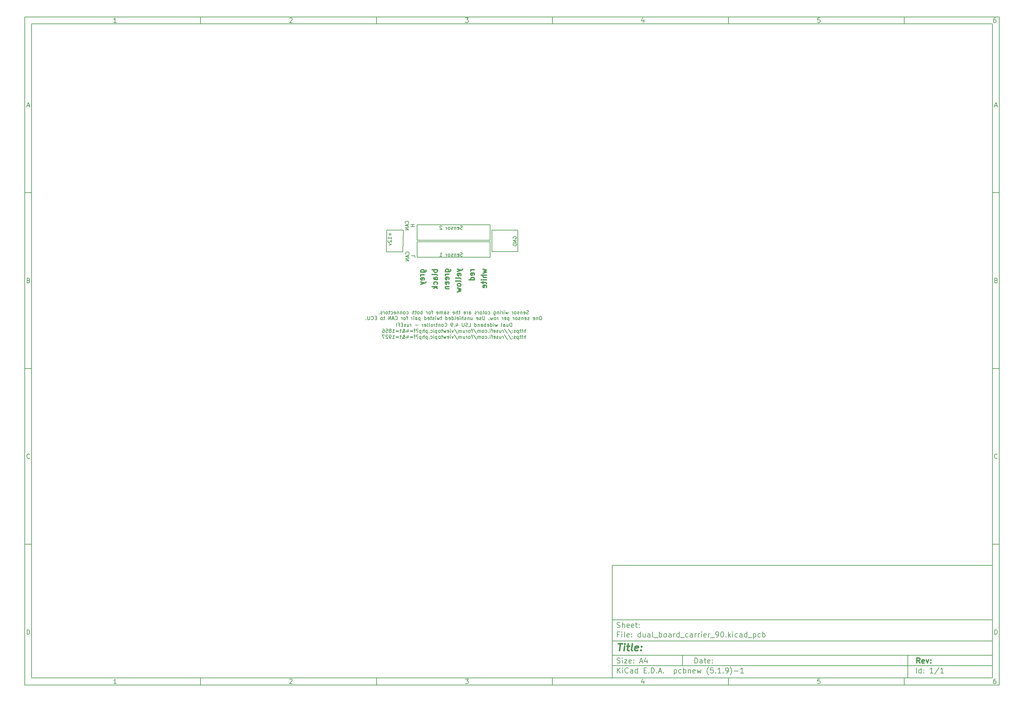
<source format=gbr>
%TF.GenerationSoftware,KiCad,Pcbnew,(5.1.9)-1*%
%TF.CreationDate,2021-02-06T18:14:13-06:00*%
%TF.ProjectId,dual_board_carrier_90,6475616c-5f62-46f6-9172-645f63617272,rev?*%
%TF.SameCoordinates,Original*%
%TF.FileFunction,Legend,Bot*%
%TF.FilePolarity,Positive*%
%FSLAX46Y46*%
G04 Gerber Fmt 4.6, Leading zero omitted, Abs format (unit mm)*
G04 Created by KiCad (PCBNEW (5.1.9)-1) date 2021-02-06 18:14:13*
%MOMM*%
%LPD*%
G01*
G04 APERTURE LIST*
%ADD10C,0.100000*%
%ADD11C,0.150000*%
%ADD12C,0.300000*%
%ADD13C,0.400000*%
%ADD14C,0.200000*%
%ADD15O,1.700000X1.700000*%
%ADD16R,1.700000X1.700000*%
%ADD17C,2.200000*%
%ADD18C,4.000000*%
G04 APERTURE END LIST*
D10*
D11*
X177002200Y-166007200D02*
X177002200Y-198007200D01*
X285002200Y-198007200D01*
X285002200Y-166007200D01*
X177002200Y-166007200D01*
D10*
D11*
X10000000Y-10000000D02*
X10000000Y-200007200D01*
X287002200Y-200007200D01*
X287002200Y-10000000D01*
X10000000Y-10000000D01*
D10*
D11*
X12000000Y-12000000D02*
X12000000Y-198007200D01*
X285002200Y-198007200D01*
X285002200Y-12000000D01*
X12000000Y-12000000D01*
D10*
D11*
X60000000Y-12000000D02*
X60000000Y-10000000D01*
D10*
D11*
X110000000Y-12000000D02*
X110000000Y-10000000D01*
D10*
D11*
X160000000Y-12000000D02*
X160000000Y-10000000D01*
D10*
D11*
X210000000Y-12000000D02*
X210000000Y-10000000D01*
D10*
D11*
X260000000Y-12000000D02*
X260000000Y-10000000D01*
D10*
D11*
X36065476Y-11588095D02*
X35322619Y-11588095D01*
X35694047Y-11588095D02*
X35694047Y-10288095D01*
X35570238Y-10473809D01*
X35446428Y-10597619D01*
X35322619Y-10659523D01*
D10*
D11*
X85322619Y-10411904D02*
X85384523Y-10350000D01*
X85508333Y-10288095D01*
X85817857Y-10288095D01*
X85941666Y-10350000D01*
X86003571Y-10411904D01*
X86065476Y-10535714D01*
X86065476Y-10659523D01*
X86003571Y-10845238D01*
X85260714Y-11588095D01*
X86065476Y-11588095D01*
D10*
D11*
X135260714Y-10288095D02*
X136065476Y-10288095D01*
X135632142Y-10783333D01*
X135817857Y-10783333D01*
X135941666Y-10845238D01*
X136003571Y-10907142D01*
X136065476Y-11030952D01*
X136065476Y-11340476D01*
X136003571Y-11464285D01*
X135941666Y-11526190D01*
X135817857Y-11588095D01*
X135446428Y-11588095D01*
X135322619Y-11526190D01*
X135260714Y-11464285D01*
D10*
D11*
X185941666Y-10721428D02*
X185941666Y-11588095D01*
X185632142Y-10226190D02*
X185322619Y-11154761D01*
X186127380Y-11154761D01*
D10*
D11*
X236003571Y-10288095D02*
X235384523Y-10288095D01*
X235322619Y-10907142D01*
X235384523Y-10845238D01*
X235508333Y-10783333D01*
X235817857Y-10783333D01*
X235941666Y-10845238D01*
X236003571Y-10907142D01*
X236065476Y-11030952D01*
X236065476Y-11340476D01*
X236003571Y-11464285D01*
X235941666Y-11526190D01*
X235817857Y-11588095D01*
X235508333Y-11588095D01*
X235384523Y-11526190D01*
X235322619Y-11464285D01*
D10*
D11*
X285941666Y-10288095D02*
X285694047Y-10288095D01*
X285570238Y-10350000D01*
X285508333Y-10411904D01*
X285384523Y-10597619D01*
X285322619Y-10845238D01*
X285322619Y-11340476D01*
X285384523Y-11464285D01*
X285446428Y-11526190D01*
X285570238Y-11588095D01*
X285817857Y-11588095D01*
X285941666Y-11526190D01*
X286003571Y-11464285D01*
X286065476Y-11340476D01*
X286065476Y-11030952D01*
X286003571Y-10907142D01*
X285941666Y-10845238D01*
X285817857Y-10783333D01*
X285570238Y-10783333D01*
X285446428Y-10845238D01*
X285384523Y-10907142D01*
X285322619Y-11030952D01*
D10*
D11*
X60000000Y-198007200D02*
X60000000Y-200007200D01*
D10*
D11*
X110000000Y-198007200D02*
X110000000Y-200007200D01*
D10*
D11*
X160000000Y-198007200D02*
X160000000Y-200007200D01*
D10*
D11*
X210000000Y-198007200D02*
X210000000Y-200007200D01*
D10*
D11*
X260000000Y-198007200D02*
X260000000Y-200007200D01*
D10*
D11*
X36065476Y-199595295D02*
X35322619Y-199595295D01*
X35694047Y-199595295D02*
X35694047Y-198295295D01*
X35570238Y-198481009D01*
X35446428Y-198604819D01*
X35322619Y-198666723D01*
D10*
D11*
X85322619Y-198419104D02*
X85384523Y-198357200D01*
X85508333Y-198295295D01*
X85817857Y-198295295D01*
X85941666Y-198357200D01*
X86003571Y-198419104D01*
X86065476Y-198542914D01*
X86065476Y-198666723D01*
X86003571Y-198852438D01*
X85260714Y-199595295D01*
X86065476Y-199595295D01*
D10*
D11*
X135260714Y-198295295D02*
X136065476Y-198295295D01*
X135632142Y-198790533D01*
X135817857Y-198790533D01*
X135941666Y-198852438D01*
X136003571Y-198914342D01*
X136065476Y-199038152D01*
X136065476Y-199347676D01*
X136003571Y-199471485D01*
X135941666Y-199533390D01*
X135817857Y-199595295D01*
X135446428Y-199595295D01*
X135322619Y-199533390D01*
X135260714Y-199471485D01*
D10*
D11*
X185941666Y-198728628D02*
X185941666Y-199595295D01*
X185632142Y-198233390D02*
X185322619Y-199161961D01*
X186127380Y-199161961D01*
D10*
D11*
X236003571Y-198295295D02*
X235384523Y-198295295D01*
X235322619Y-198914342D01*
X235384523Y-198852438D01*
X235508333Y-198790533D01*
X235817857Y-198790533D01*
X235941666Y-198852438D01*
X236003571Y-198914342D01*
X236065476Y-199038152D01*
X236065476Y-199347676D01*
X236003571Y-199471485D01*
X235941666Y-199533390D01*
X235817857Y-199595295D01*
X235508333Y-199595295D01*
X235384523Y-199533390D01*
X235322619Y-199471485D01*
D10*
D11*
X285941666Y-198295295D02*
X285694047Y-198295295D01*
X285570238Y-198357200D01*
X285508333Y-198419104D01*
X285384523Y-198604819D01*
X285322619Y-198852438D01*
X285322619Y-199347676D01*
X285384523Y-199471485D01*
X285446428Y-199533390D01*
X285570238Y-199595295D01*
X285817857Y-199595295D01*
X285941666Y-199533390D01*
X286003571Y-199471485D01*
X286065476Y-199347676D01*
X286065476Y-199038152D01*
X286003571Y-198914342D01*
X285941666Y-198852438D01*
X285817857Y-198790533D01*
X285570238Y-198790533D01*
X285446428Y-198852438D01*
X285384523Y-198914342D01*
X285322619Y-199038152D01*
D10*
D11*
X10000000Y-60000000D02*
X12000000Y-60000000D01*
D10*
D11*
X10000000Y-110000000D02*
X12000000Y-110000000D01*
D10*
D11*
X10000000Y-160000000D02*
X12000000Y-160000000D01*
D10*
D11*
X10690476Y-35216666D02*
X11309523Y-35216666D01*
X10566666Y-35588095D02*
X11000000Y-34288095D01*
X11433333Y-35588095D01*
D10*
D11*
X11092857Y-84907142D02*
X11278571Y-84969047D01*
X11340476Y-85030952D01*
X11402380Y-85154761D01*
X11402380Y-85340476D01*
X11340476Y-85464285D01*
X11278571Y-85526190D01*
X11154761Y-85588095D01*
X10659523Y-85588095D01*
X10659523Y-84288095D01*
X11092857Y-84288095D01*
X11216666Y-84350000D01*
X11278571Y-84411904D01*
X11340476Y-84535714D01*
X11340476Y-84659523D01*
X11278571Y-84783333D01*
X11216666Y-84845238D01*
X11092857Y-84907142D01*
X10659523Y-84907142D01*
D10*
D11*
X11402380Y-135464285D02*
X11340476Y-135526190D01*
X11154761Y-135588095D01*
X11030952Y-135588095D01*
X10845238Y-135526190D01*
X10721428Y-135402380D01*
X10659523Y-135278571D01*
X10597619Y-135030952D01*
X10597619Y-134845238D01*
X10659523Y-134597619D01*
X10721428Y-134473809D01*
X10845238Y-134350000D01*
X11030952Y-134288095D01*
X11154761Y-134288095D01*
X11340476Y-134350000D01*
X11402380Y-134411904D01*
D10*
D11*
X10659523Y-185588095D02*
X10659523Y-184288095D01*
X10969047Y-184288095D01*
X11154761Y-184350000D01*
X11278571Y-184473809D01*
X11340476Y-184597619D01*
X11402380Y-184845238D01*
X11402380Y-185030952D01*
X11340476Y-185278571D01*
X11278571Y-185402380D01*
X11154761Y-185526190D01*
X10969047Y-185588095D01*
X10659523Y-185588095D01*
D10*
D11*
X287002200Y-60000000D02*
X285002200Y-60000000D01*
D10*
D11*
X287002200Y-110000000D02*
X285002200Y-110000000D01*
D10*
D11*
X287002200Y-160000000D02*
X285002200Y-160000000D01*
D10*
D11*
X285692676Y-35216666D02*
X286311723Y-35216666D01*
X285568866Y-35588095D02*
X286002200Y-34288095D01*
X286435533Y-35588095D01*
D10*
D11*
X286095057Y-84907142D02*
X286280771Y-84969047D01*
X286342676Y-85030952D01*
X286404580Y-85154761D01*
X286404580Y-85340476D01*
X286342676Y-85464285D01*
X286280771Y-85526190D01*
X286156961Y-85588095D01*
X285661723Y-85588095D01*
X285661723Y-84288095D01*
X286095057Y-84288095D01*
X286218866Y-84350000D01*
X286280771Y-84411904D01*
X286342676Y-84535714D01*
X286342676Y-84659523D01*
X286280771Y-84783333D01*
X286218866Y-84845238D01*
X286095057Y-84907142D01*
X285661723Y-84907142D01*
D10*
D11*
X286404580Y-135464285D02*
X286342676Y-135526190D01*
X286156961Y-135588095D01*
X286033152Y-135588095D01*
X285847438Y-135526190D01*
X285723628Y-135402380D01*
X285661723Y-135278571D01*
X285599819Y-135030952D01*
X285599819Y-134845238D01*
X285661723Y-134597619D01*
X285723628Y-134473809D01*
X285847438Y-134350000D01*
X286033152Y-134288095D01*
X286156961Y-134288095D01*
X286342676Y-134350000D01*
X286404580Y-134411904D01*
D10*
D11*
X285661723Y-185588095D02*
X285661723Y-184288095D01*
X285971247Y-184288095D01*
X286156961Y-184350000D01*
X286280771Y-184473809D01*
X286342676Y-184597619D01*
X286404580Y-184845238D01*
X286404580Y-185030952D01*
X286342676Y-185278571D01*
X286280771Y-185402380D01*
X286156961Y-185526190D01*
X285971247Y-185588095D01*
X285661723Y-185588095D01*
D10*
D11*
X200434342Y-193785771D02*
X200434342Y-192285771D01*
X200791485Y-192285771D01*
X201005771Y-192357200D01*
X201148628Y-192500057D01*
X201220057Y-192642914D01*
X201291485Y-192928628D01*
X201291485Y-193142914D01*
X201220057Y-193428628D01*
X201148628Y-193571485D01*
X201005771Y-193714342D01*
X200791485Y-193785771D01*
X200434342Y-193785771D01*
X202577200Y-193785771D02*
X202577200Y-193000057D01*
X202505771Y-192857200D01*
X202362914Y-192785771D01*
X202077200Y-192785771D01*
X201934342Y-192857200D01*
X202577200Y-193714342D02*
X202434342Y-193785771D01*
X202077200Y-193785771D01*
X201934342Y-193714342D01*
X201862914Y-193571485D01*
X201862914Y-193428628D01*
X201934342Y-193285771D01*
X202077200Y-193214342D01*
X202434342Y-193214342D01*
X202577200Y-193142914D01*
X203077200Y-192785771D02*
X203648628Y-192785771D01*
X203291485Y-192285771D02*
X203291485Y-193571485D01*
X203362914Y-193714342D01*
X203505771Y-193785771D01*
X203648628Y-193785771D01*
X204720057Y-193714342D02*
X204577200Y-193785771D01*
X204291485Y-193785771D01*
X204148628Y-193714342D01*
X204077200Y-193571485D01*
X204077200Y-193000057D01*
X204148628Y-192857200D01*
X204291485Y-192785771D01*
X204577200Y-192785771D01*
X204720057Y-192857200D01*
X204791485Y-193000057D01*
X204791485Y-193142914D01*
X204077200Y-193285771D01*
X205434342Y-193642914D02*
X205505771Y-193714342D01*
X205434342Y-193785771D01*
X205362914Y-193714342D01*
X205434342Y-193642914D01*
X205434342Y-193785771D01*
X205434342Y-192857200D02*
X205505771Y-192928628D01*
X205434342Y-193000057D01*
X205362914Y-192928628D01*
X205434342Y-192857200D01*
X205434342Y-193000057D01*
D10*
D11*
X177002200Y-194507200D02*
X285002200Y-194507200D01*
D10*
D11*
X178434342Y-196585771D02*
X178434342Y-195085771D01*
X179291485Y-196585771D02*
X178648628Y-195728628D01*
X179291485Y-195085771D02*
X178434342Y-195942914D01*
X179934342Y-196585771D02*
X179934342Y-195585771D01*
X179934342Y-195085771D02*
X179862914Y-195157200D01*
X179934342Y-195228628D01*
X180005771Y-195157200D01*
X179934342Y-195085771D01*
X179934342Y-195228628D01*
X181505771Y-196442914D02*
X181434342Y-196514342D01*
X181220057Y-196585771D01*
X181077200Y-196585771D01*
X180862914Y-196514342D01*
X180720057Y-196371485D01*
X180648628Y-196228628D01*
X180577200Y-195942914D01*
X180577200Y-195728628D01*
X180648628Y-195442914D01*
X180720057Y-195300057D01*
X180862914Y-195157200D01*
X181077200Y-195085771D01*
X181220057Y-195085771D01*
X181434342Y-195157200D01*
X181505771Y-195228628D01*
X182791485Y-196585771D02*
X182791485Y-195800057D01*
X182720057Y-195657200D01*
X182577200Y-195585771D01*
X182291485Y-195585771D01*
X182148628Y-195657200D01*
X182791485Y-196514342D02*
X182648628Y-196585771D01*
X182291485Y-196585771D01*
X182148628Y-196514342D01*
X182077200Y-196371485D01*
X182077200Y-196228628D01*
X182148628Y-196085771D01*
X182291485Y-196014342D01*
X182648628Y-196014342D01*
X182791485Y-195942914D01*
X184148628Y-196585771D02*
X184148628Y-195085771D01*
X184148628Y-196514342D02*
X184005771Y-196585771D01*
X183720057Y-196585771D01*
X183577200Y-196514342D01*
X183505771Y-196442914D01*
X183434342Y-196300057D01*
X183434342Y-195871485D01*
X183505771Y-195728628D01*
X183577200Y-195657200D01*
X183720057Y-195585771D01*
X184005771Y-195585771D01*
X184148628Y-195657200D01*
X186005771Y-195800057D02*
X186505771Y-195800057D01*
X186720057Y-196585771D02*
X186005771Y-196585771D01*
X186005771Y-195085771D01*
X186720057Y-195085771D01*
X187362914Y-196442914D02*
X187434342Y-196514342D01*
X187362914Y-196585771D01*
X187291485Y-196514342D01*
X187362914Y-196442914D01*
X187362914Y-196585771D01*
X188077200Y-196585771D02*
X188077200Y-195085771D01*
X188434342Y-195085771D01*
X188648628Y-195157200D01*
X188791485Y-195300057D01*
X188862914Y-195442914D01*
X188934342Y-195728628D01*
X188934342Y-195942914D01*
X188862914Y-196228628D01*
X188791485Y-196371485D01*
X188648628Y-196514342D01*
X188434342Y-196585771D01*
X188077200Y-196585771D01*
X189577200Y-196442914D02*
X189648628Y-196514342D01*
X189577200Y-196585771D01*
X189505771Y-196514342D01*
X189577200Y-196442914D01*
X189577200Y-196585771D01*
X190220057Y-196157200D02*
X190934342Y-196157200D01*
X190077200Y-196585771D02*
X190577200Y-195085771D01*
X191077200Y-196585771D01*
X191577200Y-196442914D02*
X191648628Y-196514342D01*
X191577200Y-196585771D01*
X191505771Y-196514342D01*
X191577200Y-196442914D01*
X191577200Y-196585771D01*
X194577200Y-195585771D02*
X194577200Y-197085771D01*
X194577200Y-195657200D02*
X194720057Y-195585771D01*
X195005771Y-195585771D01*
X195148628Y-195657200D01*
X195220057Y-195728628D01*
X195291485Y-195871485D01*
X195291485Y-196300057D01*
X195220057Y-196442914D01*
X195148628Y-196514342D01*
X195005771Y-196585771D01*
X194720057Y-196585771D01*
X194577200Y-196514342D01*
X196577200Y-196514342D02*
X196434342Y-196585771D01*
X196148628Y-196585771D01*
X196005771Y-196514342D01*
X195934342Y-196442914D01*
X195862914Y-196300057D01*
X195862914Y-195871485D01*
X195934342Y-195728628D01*
X196005771Y-195657200D01*
X196148628Y-195585771D01*
X196434342Y-195585771D01*
X196577200Y-195657200D01*
X197220057Y-196585771D02*
X197220057Y-195085771D01*
X197220057Y-195657200D02*
X197362914Y-195585771D01*
X197648628Y-195585771D01*
X197791485Y-195657200D01*
X197862914Y-195728628D01*
X197934342Y-195871485D01*
X197934342Y-196300057D01*
X197862914Y-196442914D01*
X197791485Y-196514342D01*
X197648628Y-196585771D01*
X197362914Y-196585771D01*
X197220057Y-196514342D01*
X198577200Y-195585771D02*
X198577200Y-196585771D01*
X198577200Y-195728628D02*
X198648628Y-195657200D01*
X198791485Y-195585771D01*
X199005771Y-195585771D01*
X199148628Y-195657200D01*
X199220057Y-195800057D01*
X199220057Y-196585771D01*
X200505771Y-196514342D02*
X200362914Y-196585771D01*
X200077200Y-196585771D01*
X199934342Y-196514342D01*
X199862914Y-196371485D01*
X199862914Y-195800057D01*
X199934342Y-195657200D01*
X200077200Y-195585771D01*
X200362914Y-195585771D01*
X200505771Y-195657200D01*
X200577200Y-195800057D01*
X200577200Y-195942914D01*
X199862914Y-196085771D01*
X201077200Y-195585771D02*
X201362914Y-196585771D01*
X201648628Y-195871485D01*
X201934342Y-196585771D01*
X202220057Y-195585771D01*
X204362914Y-197157200D02*
X204291485Y-197085771D01*
X204148628Y-196871485D01*
X204077200Y-196728628D01*
X204005771Y-196514342D01*
X203934342Y-196157200D01*
X203934342Y-195871485D01*
X204005771Y-195514342D01*
X204077200Y-195300057D01*
X204148628Y-195157200D01*
X204291485Y-194942914D01*
X204362914Y-194871485D01*
X205648628Y-195085771D02*
X204934342Y-195085771D01*
X204862914Y-195800057D01*
X204934342Y-195728628D01*
X205077200Y-195657200D01*
X205434342Y-195657200D01*
X205577200Y-195728628D01*
X205648628Y-195800057D01*
X205720057Y-195942914D01*
X205720057Y-196300057D01*
X205648628Y-196442914D01*
X205577200Y-196514342D01*
X205434342Y-196585771D01*
X205077200Y-196585771D01*
X204934342Y-196514342D01*
X204862914Y-196442914D01*
X206362914Y-196442914D02*
X206434342Y-196514342D01*
X206362914Y-196585771D01*
X206291485Y-196514342D01*
X206362914Y-196442914D01*
X206362914Y-196585771D01*
X207862914Y-196585771D02*
X207005771Y-196585771D01*
X207434342Y-196585771D02*
X207434342Y-195085771D01*
X207291485Y-195300057D01*
X207148628Y-195442914D01*
X207005771Y-195514342D01*
X208505771Y-196442914D02*
X208577200Y-196514342D01*
X208505771Y-196585771D01*
X208434342Y-196514342D01*
X208505771Y-196442914D01*
X208505771Y-196585771D01*
X209291485Y-196585771D02*
X209577200Y-196585771D01*
X209720057Y-196514342D01*
X209791485Y-196442914D01*
X209934342Y-196228628D01*
X210005771Y-195942914D01*
X210005771Y-195371485D01*
X209934342Y-195228628D01*
X209862914Y-195157200D01*
X209720057Y-195085771D01*
X209434342Y-195085771D01*
X209291485Y-195157200D01*
X209220057Y-195228628D01*
X209148628Y-195371485D01*
X209148628Y-195728628D01*
X209220057Y-195871485D01*
X209291485Y-195942914D01*
X209434342Y-196014342D01*
X209720057Y-196014342D01*
X209862914Y-195942914D01*
X209934342Y-195871485D01*
X210005771Y-195728628D01*
X210505771Y-197157200D02*
X210577200Y-197085771D01*
X210720057Y-196871485D01*
X210791485Y-196728628D01*
X210862914Y-196514342D01*
X210934342Y-196157200D01*
X210934342Y-195871485D01*
X210862914Y-195514342D01*
X210791485Y-195300057D01*
X210720057Y-195157200D01*
X210577200Y-194942914D01*
X210505771Y-194871485D01*
X211648628Y-196014342D02*
X212791485Y-196014342D01*
X214291485Y-196585771D02*
X213434342Y-196585771D01*
X213862914Y-196585771D02*
X213862914Y-195085771D01*
X213720057Y-195300057D01*
X213577200Y-195442914D01*
X213434342Y-195514342D01*
D10*
D11*
X177002200Y-191507200D02*
X285002200Y-191507200D01*
D10*
D12*
X264411485Y-193785771D02*
X263911485Y-193071485D01*
X263554342Y-193785771D02*
X263554342Y-192285771D01*
X264125771Y-192285771D01*
X264268628Y-192357200D01*
X264340057Y-192428628D01*
X264411485Y-192571485D01*
X264411485Y-192785771D01*
X264340057Y-192928628D01*
X264268628Y-193000057D01*
X264125771Y-193071485D01*
X263554342Y-193071485D01*
X265625771Y-193714342D02*
X265482914Y-193785771D01*
X265197200Y-193785771D01*
X265054342Y-193714342D01*
X264982914Y-193571485D01*
X264982914Y-193000057D01*
X265054342Y-192857200D01*
X265197200Y-192785771D01*
X265482914Y-192785771D01*
X265625771Y-192857200D01*
X265697200Y-193000057D01*
X265697200Y-193142914D01*
X264982914Y-193285771D01*
X266197200Y-192785771D02*
X266554342Y-193785771D01*
X266911485Y-192785771D01*
X267482914Y-193642914D02*
X267554342Y-193714342D01*
X267482914Y-193785771D01*
X267411485Y-193714342D01*
X267482914Y-193642914D01*
X267482914Y-193785771D01*
X267482914Y-192857200D02*
X267554342Y-192928628D01*
X267482914Y-193000057D01*
X267411485Y-192928628D01*
X267482914Y-192857200D01*
X267482914Y-193000057D01*
D10*
D11*
X178362914Y-193714342D02*
X178577200Y-193785771D01*
X178934342Y-193785771D01*
X179077200Y-193714342D01*
X179148628Y-193642914D01*
X179220057Y-193500057D01*
X179220057Y-193357200D01*
X179148628Y-193214342D01*
X179077200Y-193142914D01*
X178934342Y-193071485D01*
X178648628Y-193000057D01*
X178505771Y-192928628D01*
X178434342Y-192857200D01*
X178362914Y-192714342D01*
X178362914Y-192571485D01*
X178434342Y-192428628D01*
X178505771Y-192357200D01*
X178648628Y-192285771D01*
X179005771Y-192285771D01*
X179220057Y-192357200D01*
X179862914Y-193785771D02*
X179862914Y-192785771D01*
X179862914Y-192285771D02*
X179791485Y-192357200D01*
X179862914Y-192428628D01*
X179934342Y-192357200D01*
X179862914Y-192285771D01*
X179862914Y-192428628D01*
X180434342Y-192785771D02*
X181220057Y-192785771D01*
X180434342Y-193785771D01*
X181220057Y-193785771D01*
X182362914Y-193714342D02*
X182220057Y-193785771D01*
X181934342Y-193785771D01*
X181791485Y-193714342D01*
X181720057Y-193571485D01*
X181720057Y-193000057D01*
X181791485Y-192857200D01*
X181934342Y-192785771D01*
X182220057Y-192785771D01*
X182362914Y-192857200D01*
X182434342Y-193000057D01*
X182434342Y-193142914D01*
X181720057Y-193285771D01*
X183077200Y-193642914D02*
X183148628Y-193714342D01*
X183077200Y-193785771D01*
X183005771Y-193714342D01*
X183077200Y-193642914D01*
X183077200Y-193785771D01*
X183077200Y-192857200D02*
X183148628Y-192928628D01*
X183077200Y-193000057D01*
X183005771Y-192928628D01*
X183077200Y-192857200D01*
X183077200Y-193000057D01*
X184862914Y-193357200D02*
X185577200Y-193357200D01*
X184720057Y-193785771D02*
X185220057Y-192285771D01*
X185720057Y-193785771D01*
X186862914Y-192785771D02*
X186862914Y-193785771D01*
X186505771Y-192214342D02*
X186148628Y-193285771D01*
X187077200Y-193285771D01*
D10*
D11*
X263434342Y-196585771D02*
X263434342Y-195085771D01*
X264791485Y-196585771D02*
X264791485Y-195085771D01*
X264791485Y-196514342D02*
X264648628Y-196585771D01*
X264362914Y-196585771D01*
X264220057Y-196514342D01*
X264148628Y-196442914D01*
X264077200Y-196300057D01*
X264077200Y-195871485D01*
X264148628Y-195728628D01*
X264220057Y-195657200D01*
X264362914Y-195585771D01*
X264648628Y-195585771D01*
X264791485Y-195657200D01*
X265505771Y-196442914D02*
X265577200Y-196514342D01*
X265505771Y-196585771D01*
X265434342Y-196514342D01*
X265505771Y-196442914D01*
X265505771Y-196585771D01*
X265505771Y-195657200D02*
X265577200Y-195728628D01*
X265505771Y-195800057D01*
X265434342Y-195728628D01*
X265505771Y-195657200D01*
X265505771Y-195800057D01*
X268148628Y-196585771D02*
X267291485Y-196585771D01*
X267720057Y-196585771D02*
X267720057Y-195085771D01*
X267577200Y-195300057D01*
X267434342Y-195442914D01*
X267291485Y-195514342D01*
X269862914Y-195014342D02*
X268577200Y-196942914D01*
X271148628Y-196585771D02*
X270291485Y-196585771D01*
X270720057Y-196585771D02*
X270720057Y-195085771D01*
X270577200Y-195300057D01*
X270434342Y-195442914D01*
X270291485Y-195514342D01*
D10*
D11*
X177002200Y-187507200D02*
X285002200Y-187507200D01*
D10*
D13*
X178714580Y-188211961D02*
X179857438Y-188211961D01*
X179036009Y-190211961D02*
X179286009Y-188211961D01*
X180274104Y-190211961D02*
X180440771Y-188878628D01*
X180524104Y-188211961D02*
X180416961Y-188307200D01*
X180500295Y-188402438D01*
X180607438Y-188307200D01*
X180524104Y-188211961D01*
X180500295Y-188402438D01*
X181107438Y-188878628D02*
X181869342Y-188878628D01*
X181476485Y-188211961D02*
X181262200Y-189926247D01*
X181333628Y-190116723D01*
X181512200Y-190211961D01*
X181702676Y-190211961D01*
X182655057Y-190211961D02*
X182476485Y-190116723D01*
X182405057Y-189926247D01*
X182619342Y-188211961D01*
X184190771Y-190116723D02*
X183988390Y-190211961D01*
X183607438Y-190211961D01*
X183428866Y-190116723D01*
X183357438Y-189926247D01*
X183452676Y-189164342D01*
X183571723Y-188973866D01*
X183774104Y-188878628D01*
X184155057Y-188878628D01*
X184333628Y-188973866D01*
X184405057Y-189164342D01*
X184381247Y-189354819D01*
X183405057Y-189545295D01*
X185155057Y-190021485D02*
X185238390Y-190116723D01*
X185131247Y-190211961D01*
X185047914Y-190116723D01*
X185155057Y-190021485D01*
X185131247Y-190211961D01*
X185286009Y-188973866D02*
X185369342Y-189069104D01*
X185262200Y-189164342D01*
X185178866Y-189069104D01*
X185286009Y-188973866D01*
X185262200Y-189164342D01*
D10*
D11*
X178934342Y-185600057D02*
X178434342Y-185600057D01*
X178434342Y-186385771D02*
X178434342Y-184885771D01*
X179148628Y-184885771D01*
X179720057Y-186385771D02*
X179720057Y-185385771D01*
X179720057Y-184885771D02*
X179648628Y-184957200D01*
X179720057Y-185028628D01*
X179791485Y-184957200D01*
X179720057Y-184885771D01*
X179720057Y-185028628D01*
X180648628Y-186385771D02*
X180505771Y-186314342D01*
X180434342Y-186171485D01*
X180434342Y-184885771D01*
X181791485Y-186314342D02*
X181648628Y-186385771D01*
X181362914Y-186385771D01*
X181220057Y-186314342D01*
X181148628Y-186171485D01*
X181148628Y-185600057D01*
X181220057Y-185457200D01*
X181362914Y-185385771D01*
X181648628Y-185385771D01*
X181791485Y-185457200D01*
X181862914Y-185600057D01*
X181862914Y-185742914D01*
X181148628Y-185885771D01*
X182505771Y-186242914D02*
X182577200Y-186314342D01*
X182505771Y-186385771D01*
X182434342Y-186314342D01*
X182505771Y-186242914D01*
X182505771Y-186385771D01*
X182505771Y-185457200D02*
X182577200Y-185528628D01*
X182505771Y-185600057D01*
X182434342Y-185528628D01*
X182505771Y-185457200D01*
X182505771Y-185600057D01*
X185005771Y-186385771D02*
X185005771Y-184885771D01*
X185005771Y-186314342D02*
X184862914Y-186385771D01*
X184577200Y-186385771D01*
X184434342Y-186314342D01*
X184362914Y-186242914D01*
X184291485Y-186100057D01*
X184291485Y-185671485D01*
X184362914Y-185528628D01*
X184434342Y-185457200D01*
X184577200Y-185385771D01*
X184862914Y-185385771D01*
X185005771Y-185457200D01*
X186362914Y-185385771D02*
X186362914Y-186385771D01*
X185720057Y-185385771D02*
X185720057Y-186171485D01*
X185791485Y-186314342D01*
X185934342Y-186385771D01*
X186148628Y-186385771D01*
X186291485Y-186314342D01*
X186362914Y-186242914D01*
X187720057Y-186385771D02*
X187720057Y-185600057D01*
X187648628Y-185457200D01*
X187505771Y-185385771D01*
X187220057Y-185385771D01*
X187077200Y-185457200D01*
X187720057Y-186314342D02*
X187577200Y-186385771D01*
X187220057Y-186385771D01*
X187077200Y-186314342D01*
X187005771Y-186171485D01*
X187005771Y-186028628D01*
X187077200Y-185885771D01*
X187220057Y-185814342D01*
X187577200Y-185814342D01*
X187720057Y-185742914D01*
X188648628Y-186385771D02*
X188505771Y-186314342D01*
X188434342Y-186171485D01*
X188434342Y-184885771D01*
X188862914Y-186528628D02*
X190005771Y-186528628D01*
X190362914Y-186385771D02*
X190362914Y-184885771D01*
X190362914Y-185457200D02*
X190505771Y-185385771D01*
X190791485Y-185385771D01*
X190934342Y-185457200D01*
X191005771Y-185528628D01*
X191077200Y-185671485D01*
X191077200Y-186100057D01*
X191005771Y-186242914D01*
X190934342Y-186314342D01*
X190791485Y-186385771D01*
X190505771Y-186385771D01*
X190362914Y-186314342D01*
X191934342Y-186385771D02*
X191791485Y-186314342D01*
X191720057Y-186242914D01*
X191648628Y-186100057D01*
X191648628Y-185671485D01*
X191720057Y-185528628D01*
X191791485Y-185457200D01*
X191934342Y-185385771D01*
X192148628Y-185385771D01*
X192291485Y-185457200D01*
X192362914Y-185528628D01*
X192434342Y-185671485D01*
X192434342Y-186100057D01*
X192362914Y-186242914D01*
X192291485Y-186314342D01*
X192148628Y-186385771D01*
X191934342Y-186385771D01*
X193720057Y-186385771D02*
X193720057Y-185600057D01*
X193648628Y-185457200D01*
X193505771Y-185385771D01*
X193220057Y-185385771D01*
X193077200Y-185457200D01*
X193720057Y-186314342D02*
X193577200Y-186385771D01*
X193220057Y-186385771D01*
X193077200Y-186314342D01*
X193005771Y-186171485D01*
X193005771Y-186028628D01*
X193077200Y-185885771D01*
X193220057Y-185814342D01*
X193577200Y-185814342D01*
X193720057Y-185742914D01*
X194434342Y-186385771D02*
X194434342Y-185385771D01*
X194434342Y-185671485D02*
X194505771Y-185528628D01*
X194577200Y-185457200D01*
X194720057Y-185385771D01*
X194862914Y-185385771D01*
X196005771Y-186385771D02*
X196005771Y-184885771D01*
X196005771Y-186314342D02*
X195862914Y-186385771D01*
X195577200Y-186385771D01*
X195434342Y-186314342D01*
X195362914Y-186242914D01*
X195291485Y-186100057D01*
X195291485Y-185671485D01*
X195362914Y-185528628D01*
X195434342Y-185457200D01*
X195577200Y-185385771D01*
X195862914Y-185385771D01*
X196005771Y-185457200D01*
X196362914Y-186528628D02*
X197505771Y-186528628D01*
X198505771Y-186314342D02*
X198362914Y-186385771D01*
X198077200Y-186385771D01*
X197934342Y-186314342D01*
X197862914Y-186242914D01*
X197791485Y-186100057D01*
X197791485Y-185671485D01*
X197862914Y-185528628D01*
X197934342Y-185457200D01*
X198077200Y-185385771D01*
X198362914Y-185385771D01*
X198505771Y-185457200D01*
X199791485Y-186385771D02*
X199791485Y-185600057D01*
X199720057Y-185457200D01*
X199577200Y-185385771D01*
X199291485Y-185385771D01*
X199148628Y-185457200D01*
X199791485Y-186314342D02*
X199648628Y-186385771D01*
X199291485Y-186385771D01*
X199148628Y-186314342D01*
X199077200Y-186171485D01*
X199077200Y-186028628D01*
X199148628Y-185885771D01*
X199291485Y-185814342D01*
X199648628Y-185814342D01*
X199791485Y-185742914D01*
X200505771Y-186385771D02*
X200505771Y-185385771D01*
X200505771Y-185671485D02*
X200577200Y-185528628D01*
X200648628Y-185457200D01*
X200791485Y-185385771D01*
X200934342Y-185385771D01*
X201434342Y-186385771D02*
X201434342Y-185385771D01*
X201434342Y-185671485D02*
X201505771Y-185528628D01*
X201577200Y-185457200D01*
X201720057Y-185385771D01*
X201862914Y-185385771D01*
X202362914Y-186385771D02*
X202362914Y-185385771D01*
X202362914Y-184885771D02*
X202291485Y-184957200D01*
X202362914Y-185028628D01*
X202434342Y-184957200D01*
X202362914Y-184885771D01*
X202362914Y-185028628D01*
X203648628Y-186314342D02*
X203505771Y-186385771D01*
X203220057Y-186385771D01*
X203077200Y-186314342D01*
X203005771Y-186171485D01*
X203005771Y-185600057D01*
X203077200Y-185457200D01*
X203220057Y-185385771D01*
X203505771Y-185385771D01*
X203648628Y-185457200D01*
X203720057Y-185600057D01*
X203720057Y-185742914D01*
X203005771Y-185885771D01*
X204362914Y-186385771D02*
X204362914Y-185385771D01*
X204362914Y-185671485D02*
X204434342Y-185528628D01*
X204505771Y-185457200D01*
X204648628Y-185385771D01*
X204791485Y-185385771D01*
X204934342Y-186528628D02*
X206077200Y-186528628D01*
X206505771Y-186385771D02*
X206791485Y-186385771D01*
X206934342Y-186314342D01*
X207005771Y-186242914D01*
X207148628Y-186028628D01*
X207220057Y-185742914D01*
X207220057Y-185171485D01*
X207148628Y-185028628D01*
X207077200Y-184957200D01*
X206934342Y-184885771D01*
X206648628Y-184885771D01*
X206505771Y-184957200D01*
X206434342Y-185028628D01*
X206362914Y-185171485D01*
X206362914Y-185528628D01*
X206434342Y-185671485D01*
X206505771Y-185742914D01*
X206648628Y-185814342D01*
X206934342Y-185814342D01*
X207077200Y-185742914D01*
X207148628Y-185671485D01*
X207220057Y-185528628D01*
X208148628Y-184885771D02*
X208291485Y-184885771D01*
X208434342Y-184957200D01*
X208505771Y-185028628D01*
X208577200Y-185171485D01*
X208648628Y-185457200D01*
X208648628Y-185814342D01*
X208577200Y-186100057D01*
X208505771Y-186242914D01*
X208434342Y-186314342D01*
X208291485Y-186385771D01*
X208148628Y-186385771D01*
X208005771Y-186314342D01*
X207934342Y-186242914D01*
X207862914Y-186100057D01*
X207791485Y-185814342D01*
X207791485Y-185457200D01*
X207862914Y-185171485D01*
X207934342Y-185028628D01*
X208005771Y-184957200D01*
X208148628Y-184885771D01*
X209291485Y-186242914D02*
X209362914Y-186314342D01*
X209291485Y-186385771D01*
X209220057Y-186314342D01*
X209291485Y-186242914D01*
X209291485Y-186385771D01*
X210005771Y-186385771D02*
X210005771Y-184885771D01*
X210148628Y-185814342D02*
X210577200Y-186385771D01*
X210577200Y-185385771D02*
X210005771Y-185957200D01*
X211220057Y-186385771D02*
X211220057Y-185385771D01*
X211220057Y-184885771D02*
X211148628Y-184957200D01*
X211220057Y-185028628D01*
X211291485Y-184957200D01*
X211220057Y-184885771D01*
X211220057Y-185028628D01*
X212577200Y-186314342D02*
X212434342Y-186385771D01*
X212148628Y-186385771D01*
X212005771Y-186314342D01*
X211934342Y-186242914D01*
X211862914Y-186100057D01*
X211862914Y-185671485D01*
X211934342Y-185528628D01*
X212005771Y-185457200D01*
X212148628Y-185385771D01*
X212434342Y-185385771D01*
X212577200Y-185457200D01*
X213862914Y-186385771D02*
X213862914Y-185600057D01*
X213791485Y-185457200D01*
X213648628Y-185385771D01*
X213362914Y-185385771D01*
X213220057Y-185457200D01*
X213862914Y-186314342D02*
X213720057Y-186385771D01*
X213362914Y-186385771D01*
X213220057Y-186314342D01*
X213148628Y-186171485D01*
X213148628Y-186028628D01*
X213220057Y-185885771D01*
X213362914Y-185814342D01*
X213720057Y-185814342D01*
X213862914Y-185742914D01*
X215220057Y-186385771D02*
X215220057Y-184885771D01*
X215220057Y-186314342D02*
X215077200Y-186385771D01*
X214791485Y-186385771D01*
X214648628Y-186314342D01*
X214577200Y-186242914D01*
X214505771Y-186100057D01*
X214505771Y-185671485D01*
X214577200Y-185528628D01*
X214648628Y-185457200D01*
X214791485Y-185385771D01*
X215077200Y-185385771D01*
X215220057Y-185457200D01*
X215577200Y-186528628D02*
X216720057Y-186528628D01*
X217077200Y-185385771D02*
X217077200Y-186885771D01*
X217077200Y-185457200D02*
X217220057Y-185385771D01*
X217505771Y-185385771D01*
X217648628Y-185457200D01*
X217720057Y-185528628D01*
X217791485Y-185671485D01*
X217791485Y-186100057D01*
X217720057Y-186242914D01*
X217648628Y-186314342D01*
X217505771Y-186385771D01*
X217220057Y-186385771D01*
X217077200Y-186314342D01*
X219077200Y-186314342D02*
X218934342Y-186385771D01*
X218648628Y-186385771D01*
X218505771Y-186314342D01*
X218434342Y-186242914D01*
X218362914Y-186100057D01*
X218362914Y-185671485D01*
X218434342Y-185528628D01*
X218505771Y-185457200D01*
X218648628Y-185385771D01*
X218934342Y-185385771D01*
X219077200Y-185457200D01*
X219720057Y-186385771D02*
X219720057Y-184885771D01*
X219720057Y-185457200D02*
X219862914Y-185385771D01*
X220148628Y-185385771D01*
X220291485Y-185457200D01*
X220362914Y-185528628D01*
X220434342Y-185671485D01*
X220434342Y-186100057D01*
X220362914Y-186242914D01*
X220291485Y-186314342D01*
X220148628Y-186385771D01*
X219862914Y-186385771D01*
X219720057Y-186314342D01*
D10*
D11*
X177002200Y-181507200D02*
X285002200Y-181507200D01*
D10*
D11*
X178362914Y-183614342D02*
X178577200Y-183685771D01*
X178934342Y-183685771D01*
X179077200Y-183614342D01*
X179148628Y-183542914D01*
X179220057Y-183400057D01*
X179220057Y-183257200D01*
X179148628Y-183114342D01*
X179077200Y-183042914D01*
X178934342Y-182971485D01*
X178648628Y-182900057D01*
X178505771Y-182828628D01*
X178434342Y-182757200D01*
X178362914Y-182614342D01*
X178362914Y-182471485D01*
X178434342Y-182328628D01*
X178505771Y-182257200D01*
X178648628Y-182185771D01*
X179005771Y-182185771D01*
X179220057Y-182257200D01*
X179862914Y-183685771D02*
X179862914Y-182185771D01*
X180505771Y-183685771D02*
X180505771Y-182900057D01*
X180434342Y-182757200D01*
X180291485Y-182685771D01*
X180077200Y-182685771D01*
X179934342Y-182757200D01*
X179862914Y-182828628D01*
X181791485Y-183614342D02*
X181648628Y-183685771D01*
X181362914Y-183685771D01*
X181220057Y-183614342D01*
X181148628Y-183471485D01*
X181148628Y-182900057D01*
X181220057Y-182757200D01*
X181362914Y-182685771D01*
X181648628Y-182685771D01*
X181791485Y-182757200D01*
X181862914Y-182900057D01*
X181862914Y-183042914D01*
X181148628Y-183185771D01*
X183077200Y-183614342D02*
X182934342Y-183685771D01*
X182648628Y-183685771D01*
X182505771Y-183614342D01*
X182434342Y-183471485D01*
X182434342Y-182900057D01*
X182505771Y-182757200D01*
X182648628Y-182685771D01*
X182934342Y-182685771D01*
X183077200Y-182757200D01*
X183148628Y-182900057D01*
X183148628Y-183042914D01*
X182434342Y-183185771D01*
X183577200Y-182685771D02*
X184148628Y-182685771D01*
X183791485Y-182185771D02*
X183791485Y-183471485D01*
X183862914Y-183614342D01*
X184005771Y-183685771D01*
X184148628Y-183685771D01*
X184648628Y-183542914D02*
X184720057Y-183614342D01*
X184648628Y-183685771D01*
X184577200Y-183614342D01*
X184648628Y-183542914D01*
X184648628Y-183685771D01*
X184648628Y-182757200D02*
X184720057Y-182828628D01*
X184648628Y-182900057D01*
X184577200Y-182828628D01*
X184648628Y-182757200D01*
X184648628Y-182900057D01*
D10*
D11*
X197002200Y-191507200D02*
X197002200Y-194507200D01*
D10*
D11*
X261002200Y-191507200D02*
X261002200Y-198007200D01*
X153191095Y-94448761D02*
X153048238Y-94496380D01*
X152810142Y-94496380D01*
X152714904Y-94448761D01*
X152667285Y-94401142D01*
X152619666Y-94305904D01*
X152619666Y-94210666D01*
X152667285Y-94115428D01*
X152714904Y-94067809D01*
X152810142Y-94020190D01*
X153000619Y-93972571D01*
X153095857Y-93924952D01*
X153143476Y-93877333D01*
X153191095Y-93782095D01*
X153191095Y-93686857D01*
X153143476Y-93591619D01*
X153095857Y-93544000D01*
X153000619Y-93496380D01*
X152762523Y-93496380D01*
X152619666Y-93544000D01*
X151810142Y-94448761D02*
X151905380Y-94496380D01*
X152095857Y-94496380D01*
X152191095Y-94448761D01*
X152238714Y-94353523D01*
X152238714Y-93972571D01*
X152191095Y-93877333D01*
X152095857Y-93829714D01*
X151905380Y-93829714D01*
X151810142Y-93877333D01*
X151762523Y-93972571D01*
X151762523Y-94067809D01*
X152238714Y-94163047D01*
X151333952Y-93829714D02*
X151333952Y-94496380D01*
X151333952Y-93924952D02*
X151286333Y-93877333D01*
X151191095Y-93829714D01*
X151048238Y-93829714D01*
X150953000Y-93877333D01*
X150905380Y-93972571D01*
X150905380Y-94496380D01*
X150476809Y-94448761D02*
X150381571Y-94496380D01*
X150191095Y-94496380D01*
X150095857Y-94448761D01*
X150048238Y-94353523D01*
X150048238Y-94305904D01*
X150095857Y-94210666D01*
X150191095Y-94163047D01*
X150333952Y-94163047D01*
X150429190Y-94115428D01*
X150476809Y-94020190D01*
X150476809Y-93972571D01*
X150429190Y-93877333D01*
X150333952Y-93829714D01*
X150191095Y-93829714D01*
X150095857Y-93877333D01*
X149476809Y-94496380D02*
X149572047Y-94448761D01*
X149619666Y-94401142D01*
X149667285Y-94305904D01*
X149667285Y-94020190D01*
X149619666Y-93924952D01*
X149572047Y-93877333D01*
X149476809Y-93829714D01*
X149333952Y-93829714D01*
X149238714Y-93877333D01*
X149191095Y-93924952D01*
X149143476Y-94020190D01*
X149143476Y-94305904D01*
X149191095Y-94401142D01*
X149238714Y-94448761D01*
X149333952Y-94496380D01*
X149476809Y-94496380D01*
X148714904Y-94496380D02*
X148714904Y-93829714D01*
X148714904Y-94020190D02*
X148667285Y-93924952D01*
X148619666Y-93877333D01*
X148524428Y-93829714D01*
X148429190Y-93829714D01*
X147429190Y-93829714D02*
X147238714Y-94496380D01*
X147048238Y-94020190D01*
X146857761Y-94496380D01*
X146667285Y-93829714D01*
X146286333Y-94496380D02*
X146286333Y-93829714D01*
X146286333Y-93496380D02*
X146333952Y-93544000D01*
X146286333Y-93591619D01*
X146238714Y-93544000D01*
X146286333Y-93496380D01*
X146286333Y-93591619D01*
X145810142Y-94496380D02*
X145810142Y-93829714D01*
X145810142Y-94020190D02*
X145762523Y-93924952D01*
X145714904Y-93877333D01*
X145619666Y-93829714D01*
X145524428Y-93829714D01*
X145191095Y-94496380D02*
X145191095Y-93829714D01*
X145191095Y-93496380D02*
X145238714Y-93544000D01*
X145191095Y-93591619D01*
X145143476Y-93544000D01*
X145191095Y-93496380D01*
X145191095Y-93591619D01*
X144714904Y-93829714D02*
X144714904Y-94496380D01*
X144714904Y-93924952D02*
X144667285Y-93877333D01*
X144572047Y-93829714D01*
X144429190Y-93829714D01*
X144333952Y-93877333D01*
X144286333Y-93972571D01*
X144286333Y-94496380D01*
X143381571Y-93829714D02*
X143381571Y-94639238D01*
X143429190Y-94734476D01*
X143476809Y-94782095D01*
X143572047Y-94829714D01*
X143714904Y-94829714D01*
X143810142Y-94782095D01*
X143381571Y-94448761D02*
X143476809Y-94496380D01*
X143667285Y-94496380D01*
X143762523Y-94448761D01*
X143810142Y-94401142D01*
X143857761Y-94305904D01*
X143857761Y-94020190D01*
X143810142Y-93924952D01*
X143762523Y-93877333D01*
X143667285Y-93829714D01*
X143476809Y-93829714D01*
X143381571Y-93877333D01*
X141714904Y-94448761D02*
X141810142Y-94496380D01*
X142000619Y-94496380D01*
X142095857Y-94448761D01*
X142143476Y-94401142D01*
X142191095Y-94305904D01*
X142191095Y-94020190D01*
X142143476Y-93924952D01*
X142095857Y-93877333D01*
X142000619Y-93829714D01*
X141810142Y-93829714D01*
X141714904Y-93877333D01*
X141143476Y-94496380D02*
X141238714Y-94448761D01*
X141286333Y-94401142D01*
X141333952Y-94305904D01*
X141333952Y-94020190D01*
X141286333Y-93924952D01*
X141238714Y-93877333D01*
X141143476Y-93829714D01*
X141000619Y-93829714D01*
X140905380Y-93877333D01*
X140857761Y-93924952D01*
X140810142Y-94020190D01*
X140810142Y-94305904D01*
X140857761Y-94401142D01*
X140905380Y-94448761D01*
X141000619Y-94496380D01*
X141143476Y-94496380D01*
X140238714Y-94496380D02*
X140333952Y-94448761D01*
X140381571Y-94353523D01*
X140381571Y-93496380D01*
X139714904Y-94496380D02*
X139810142Y-94448761D01*
X139857761Y-94401142D01*
X139905380Y-94305904D01*
X139905380Y-94020190D01*
X139857761Y-93924952D01*
X139810142Y-93877333D01*
X139714904Y-93829714D01*
X139572047Y-93829714D01*
X139476809Y-93877333D01*
X139429190Y-93924952D01*
X139381571Y-94020190D01*
X139381571Y-94305904D01*
X139429190Y-94401142D01*
X139476809Y-94448761D01*
X139572047Y-94496380D01*
X139714904Y-94496380D01*
X138953000Y-94496380D02*
X138953000Y-93829714D01*
X138953000Y-94020190D02*
X138905380Y-93924952D01*
X138857761Y-93877333D01*
X138762523Y-93829714D01*
X138667285Y-93829714D01*
X138381571Y-94448761D02*
X138286333Y-94496380D01*
X138095857Y-94496380D01*
X138000619Y-94448761D01*
X137953000Y-94353523D01*
X137953000Y-94305904D01*
X138000619Y-94210666D01*
X138095857Y-94163047D01*
X138238714Y-94163047D01*
X138333952Y-94115428D01*
X138381571Y-94020190D01*
X138381571Y-93972571D01*
X138333952Y-93877333D01*
X138238714Y-93829714D01*
X138095857Y-93829714D01*
X138000619Y-93877333D01*
X136333952Y-94496380D02*
X136333952Y-93972571D01*
X136381571Y-93877333D01*
X136476809Y-93829714D01*
X136667285Y-93829714D01*
X136762523Y-93877333D01*
X136333952Y-94448761D02*
X136429190Y-94496380D01*
X136667285Y-94496380D01*
X136762523Y-94448761D01*
X136810142Y-94353523D01*
X136810142Y-94258285D01*
X136762523Y-94163047D01*
X136667285Y-94115428D01*
X136429190Y-94115428D01*
X136333952Y-94067809D01*
X135857761Y-94496380D02*
X135857761Y-93829714D01*
X135857761Y-94020190D02*
X135810142Y-93924952D01*
X135762523Y-93877333D01*
X135667285Y-93829714D01*
X135572047Y-93829714D01*
X134857761Y-94448761D02*
X134953000Y-94496380D01*
X135143476Y-94496380D01*
X135238714Y-94448761D01*
X135286333Y-94353523D01*
X135286333Y-93972571D01*
X135238714Y-93877333D01*
X135143476Y-93829714D01*
X134953000Y-93829714D01*
X134857761Y-93877333D01*
X134810142Y-93972571D01*
X134810142Y-94067809D01*
X135286333Y-94163047D01*
X133762523Y-93829714D02*
X133381571Y-93829714D01*
X133619666Y-93496380D02*
X133619666Y-94353523D01*
X133572047Y-94448761D01*
X133476809Y-94496380D01*
X133381571Y-94496380D01*
X133048238Y-94496380D02*
X133048238Y-93496380D01*
X132619666Y-94496380D02*
X132619666Y-93972571D01*
X132667285Y-93877333D01*
X132762523Y-93829714D01*
X132905380Y-93829714D01*
X133000619Y-93877333D01*
X133048238Y-93924952D01*
X131762523Y-94448761D02*
X131857761Y-94496380D01*
X132048238Y-94496380D01*
X132143476Y-94448761D01*
X132191095Y-94353523D01*
X132191095Y-93972571D01*
X132143476Y-93877333D01*
X132048238Y-93829714D01*
X131857761Y-93829714D01*
X131762523Y-93877333D01*
X131714904Y-93972571D01*
X131714904Y-94067809D01*
X132191095Y-94163047D01*
X130572047Y-94448761D02*
X130476809Y-94496380D01*
X130286333Y-94496380D01*
X130191095Y-94448761D01*
X130143476Y-94353523D01*
X130143476Y-94305904D01*
X130191095Y-94210666D01*
X130286333Y-94163047D01*
X130429190Y-94163047D01*
X130524428Y-94115428D01*
X130572047Y-94020190D01*
X130572047Y-93972571D01*
X130524428Y-93877333D01*
X130429190Y-93829714D01*
X130286333Y-93829714D01*
X130191095Y-93877333D01*
X129286333Y-94496380D02*
X129286333Y-93972571D01*
X129333952Y-93877333D01*
X129429190Y-93829714D01*
X129619666Y-93829714D01*
X129714904Y-93877333D01*
X129286333Y-94448761D02*
X129381571Y-94496380D01*
X129619666Y-94496380D01*
X129714904Y-94448761D01*
X129762523Y-94353523D01*
X129762523Y-94258285D01*
X129714904Y-94163047D01*
X129619666Y-94115428D01*
X129381571Y-94115428D01*
X129286333Y-94067809D01*
X128810142Y-94496380D02*
X128810142Y-93829714D01*
X128810142Y-93924952D02*
X128762523Y-93877333D01*
X128667285Y-93829714D01*
X128524428Y-93829714D01*
X128429190Y-93877333D01*
X128381571Y-93972571D01*
X128381571Y-94496380D01*
X128381571Y-93972571D02*
X128333952Y-93877333D01*
X128238714Y-93829714D01*
X128095857Y-93829714D01*
X128000619Y-93877333D01*
X127953000Y-93972571D01*
X127953000Y-94496380D01*
X127095857Y-94448761D02*
X127191095Y-94496380D01*
X127381571Y-94496380D01*
X127476809Y-94448761D01*
X127524428Y-94353523D01*
X127524428Y-93972571D01*
X127476809Y-93877333D01*
X127381571Y-93829714D01*
X127191095Y-93829714D01*
X127095857Y-93877333D01*
X127048238Y-93972571D01*
X127048238Y-94067809D01*
X127524428Y-94163047D01*
X126000619Y-93829714D02*
X125619666Y-93829714D01*
X125857761Y-94496380D02*
X125857761Y-93639238D01*
X125810142Y-93544000D01*
X125714904Y-93496380D01*
X125619666Y-93496380D01*
X125143476Y-94496380D02*
X125238714Y-94448761D01*
X125286333Y-94401142D01*
X125333952Y-94305904D01*
X125333952Y-94020190D01*
X125286333Y-93924952D01*
X125238714Y-93877333D01*
X125143476Y-93829714D01*
X125000619Y-93829714D01*
X124905380Y-93877333D01*
X124857761Y-93924952D01*
X124810142Y-94020190D01*
X124810142Y-94305904D01*
X124857761Y-94401142D01*
X124905380Y-94448761D01*
X125000619Y-94496380D01*
X125143476Y-94496380D01*
X124381571Y-94496380D02*
X124381571Y-93829714D01*
X124381571Y-94020190D02*
X124333952Y-93924952D01*
X124286333Y-93877333D01*
X124191095Y-93829714D01*
X124095857Y-93829714D01*
X123000619Y-94496380D02*
X123000619Y-93496380D01*
X123000619Y-93877333D02*
X122905380Y-93829714D01*
X122714904Y-93829714D01*
X122619666Y-93877333D01*
X122572047Y-93924952D01*
X122524428Y-94020190D01*
X122524428Y-94305904D01*
X122572047Y-94401142D01*
X122619666Y-94448761D01*
X122714904Y-94496380D01*
X122905380Y-94496380D01*
X123000619Y-94448761D01*
X121953000Y-94496380D02*
X122048238Y-94448761D01*
X122095857Y-94401142D01*
X122143476Y-94305904D01*
X122143476Y-94020190D01*
X122095857Y-93924952D01*
X122048238Y-93877333D01*
X121953000Y-93829714D01*
X121810142Y-93829714D01*
X121714904Y-93877333D01*
X121667285Y-93924952D01*
X121619666Y-94020190D01*
X121619666Y-94305904D01*
X121667285Y-94401142D01*
X121714904Y-94448761D01*
X121810142Y-94496380D01*
X121953000Y-94496380D01*
X121333952Y-93829714D02*
X120953000Y-93829714D01*
X121191095Y-93496380D02*
X121191095Y-94353523D01*
X121143476Y-94448761D01*
X121048238Y-94496380D01*
X120953000Y-94496380D01*
X120619666Y-94496380D02*
X120619666Y-93496380D01*
X120191095Y-94496380D02*
X120191095Y-93972571D01*
X120238714Y-93877333D01*
X120333952Y-93829714D01*
X120476809Y-93829714D01*
X120572047Y-93877333D01*
X120619666Y-93924952D01*
X118524428Y-94448761D02*
X118619666Y-94496380D01*
X118810142Y-94496380D01*
X118905380Y-94448761D01*
X118953000Y-94401142D01*
X119000619Y-94305904D01*
X119000619Y-94020190D01*
X118953000Y-93924952D01*
X118905380Y-93877333D01*
X118810142Y-93829714D01*
X118619666Y-93829714D01*
X118524428Y-93877333D01*
X117953000Y-94496380D02*
X118048238Y-94448761D01*
X118095857Y-94401142D01*
X118143476Y-94305904D01*
X118143476Y-94020190D01*
X118095857Y-93924952D01*
X118048238Y-93877333D01*
X117953000Y-93829714D01*
X117810142Y-93829714D01*
X117714904Y-93877333D01*
X117667285Y-93924952D01*
X117619666Y-94020190D01*
X117619666Y-94305904D01*
X117667285Y-94401142D01*
X117714904Y-94448761D01*
X117810142Y-94496380D01*
X117953000Y-94496380D01*
X117191095Y-93829714D02*
X117191095Y-94496380D01*
X117191095Y-93924952D02*
X117143476Y-93877333D01*
X117048238Y-93829714D01*
X116905380Y-93829714D01*
X116810142Y-93877333D01*
X116762523Y-93972571D01*
X116762523Y-94496380D01*
X116286333Y-93829714D02*
X116286333Y-94496380D01*
X116286333Y-93924952D02*
X116238714Y-93877333D01*
X116143476Y-93829714D01*
X116000619Y-93829714D01*
X115905380Y-93877333D01*
X115857761Y-93972571D01*
X115857761Y-94496380D01*
X115000619Y-94448761D02*
X115095857Y-94496380D01*
X115286333Y-94496380D01*
X115381571Y-94448761D01*
X115429190Y-94353523D01*
X115429190Y-93972571D01*
X115381571Y-93877333D01*
X115286333Y-93829714D01*
X115095857Y-93829714D01*
X115000619Y-93877333D01*
X114953000Y-93972571D01*
X114953000Y-94067809D01*
X115429190Y-94163047D01*
X114095857Y-94448761D02*
X114191095Y-94496380D01*
X114381571Y-94496380D01*
X114476809Y-94448761D01*
X114524428Y-94401142D01*
X114572047Y-94305904D01*
X114572047Y-94020190D01*
X114524428Y-93924952D01*
X114476809Y-93877333D01*
X114381571Y-93829714D01*
X114191095Y-93829714D01*
X114095857Y-93877333D01*
X113810142Y-93829714D02*
X113429190Y-93829714D01*
X113667285Y-93496380D02*
X113667285Y-94353523D01*
X113619666Y-94448761D01*
X113524428Y-94496380D01*
X113429190Y-94496380D01*
X112953000Y-94496380D02*
X113048238Y-94448761D01*
X113095857Y-94401142D01*
X113143476Y-94305904D01*
X113143476Y-94020190D01*
X113095857Y-93924952D01*
X113048238Y-93877333D01*
X112953000Y-93829714D01*
X112810142Y-93829714D01*
X112714904Y-93877333D01*
X112667285Y-93924952D01*
X112619666Y-94020190D01*
X112619666Y-94305904D01*
X112667285Y-94401142D01*
X112714904Y-94448761D01*
X112810142Y-94496380D01*
X112953000Y-94496380D01*
X112191095Y-94496380D02*
X112191095Y-93829714D01*
X112191095Y-94020190D02*
X112143476Y-93924952D01*
X112095857Y-93877333D01*
X112000619Y-93829714D01*
X111905380Y-93829714D01*
X111619666Y-94448761D02*
X111524428Y-94496380D01*
X111333952Y-94496380D01*
X111238714Y-94448761D01*
X111191095Y-94353523D01*
X111191095Y-94305904D01*
X111238714Y-94210666D01*
X111333952Y-94163047D01*
X111476809Y-94163047D01*
X111572047Y-94115428D01*
X111619666Y-94020190D01*
X111619666Y-93972571D01*
X111572047Y-93877333D01*
X111476809Y-93829714D01*
X111333952Y-93829714D01*
X111238714Y-93877333D01*
X110762523Y-94401142D02*
X110714904Y-94448761D01*
X110762523Y-94496380D01*
X110810142Y-94448761D01*
X110762523Y-94401142D01*
X110762523Y-94496380D01*
X156691095Y-95146380D02*
X156500619Y-95146380D01*
X156405380Y-95194000D01*
X156310142Y-95289238D01*
X156262523Y-95479714D01*
X156262523Y-95813047D01*
X156310142Y-96003523D01*
X156405380Y-96098761D01*
X156500619Y-96146380D01*
X156691095Y-96146380D01*
X156786333Y-96098761D01*
X156881571Y-96003523D01*
X156929190Y-95813047D01*
X156929190Y-95479714D01*
X156881571Y-95289238D01*
X156786333Y-95194000D01*
X156691095Y-95146380D01*
X155833952Y-95479714D02*
X155833952Y-96146380D01*
X155833952Y-95574952D02*
X155786333Y-95527333D01*
X155691095Y-95479714D01*
X155548238Y-95479714D01*
X155453000Y-95527333D01*
X155405380Y-95622571D01*
X155405380Y-96146380D01*
X154548238Y-96098761D02*
X154643476Y-96146380D01*
X154833952Y-96146380D01*
X154929190Y-96098761D01*
X154976809Y-96003523D01*
X154976809Y-95622571D01*
X154929190Y-95527333D01*
X154833952Y-95479714D01*
X154643476Y-95479714D01*
X154548238Y-95527333D01*
X154500619Y-95622571D01*
X154500619Y-95717809D01*
X154976809Y-95813047D01*
X153357761Y-96098761D02*
X153262523Y-96146380D01*
X153072047Y-96146380D01*
X152976809Y-96098761D01*
X152929190Y-96003523D01*
X152929190Y-95955904D01*
X152976809Y-95860666D01*
X153072047Y-95813047D01*
X153214904Y-95813047D01*
X153310142Y-95765428D01*
X153357761Y-95670190D01*
X153357761Y-95622571D01*
X153310142Y-95527333D01*
X153214904Y-95479714D01*
X153072047Y-95479714D01*
X152976809Y-95527333D01*
X152119666Y-96098761D02*
X152214904Y-96146380D01*
X152405380Y-96146380D01*
X152500619Y-96098761D01*
X152548238Y-96003523D01*
X152548238Y-95622571D01*
X152500619Y-95527333D01*
X152405380Y-95479714D01*
X152214904Y-95479714D01*
X152119666Y-95527333D01*
X152072047Y-95622571D01*
X152072047Y-95717809D01*
X152548238Y-95813047D01*
X151643476Y-95479714D02*
X151643476Y-96146380D01*
X151643476Y-95574952D02*
X151595857Y-95527333D01*
X151500619Y-95479714D01*
X151357761Y-95479714D01*
X151262523Y-95527333D01*
X151214904Y-95622571D01*
X151214904Y-96146380D01*
X150786333Y-96098761D02*
X150691095Y-96146380D01*
X150500619Y-96146380D01*
X150405380Y-96098761D01*
X150357761Y-96003523D01*
X150357761Y-95955904D01*
X150405380Y-95860666D01*
X150500619Y-95813047D01*
X150643476Y-95813047D01*
X150738714Y-95765428D01*
X150786333Y-95670190D01*
X150786333Y-95622571D01*
X150738714Y-95527333D01*
X150643476Y-95479714D01*
X150500619Y-95479714D01*
X150405380Y-95527333D01*
X149786333Y-96146380D02*
X149881571Y-96098761D01*
X149929190Y-96051142D01*
X149976809Y-95955904D01*
X149976809Y-95670190D01*
X149929190Y-95574952D01*
X149881571Y-95527333D01*
X149786333Y-95479714D01*
X149643476Y-95479714D01*
X149548238Y-95527333D01*
X149500619Y-95574952D01*
X149453000Y-95670190D01*
X149453000Y-95955904D01*
X149500619Y-96051142D01*
X149548238Y-96098761D01*
X149643476Y-96146380D01*
X149786333Y-96146380D01*
X149024428Y-96146380D02*
X149024428Y-95479714D01*
X149024428Y-95670190D02*
X148976809Y-95574952D01*
X148929190Y-95527333D01*
X148833952Y-95479714D01*
X148738714Y-95479714D01*
X147643476Y-95479714D02*
X147643476Y-96479714D01*
X147643476Y-95527333D02*
X147548238Y-95479714D01*
X147357761Y-95479714D01*
X147262523Y-95527333D01*
X147214904Y-95574952D01*
X147167285Y-95670190D01*
X147167285Y-95955904D01*
X147214904Y-96051142D01*
X147262523Y-96098761D01*
X147357761Y-96146380D01*
X147548238Y-96146380D01*
X147643476Y-96098761D01*
X146357761Y-96098761D02*
X146453000Y-96146380D01*
X146643476Y-96146380D01*
X146738714Y-96098761D01*
X146786333Y-96003523D01*
X146786333Y-95622571D01*
X146738714Y-95527333D01*
X146643476Y-95479714D01*
X146453000Y-95479714D01*
X146357761Y-95527333D01*
X146310142Y-95622571D01*
X146310142Y-95717809D01*
X146786333Y-95813047D01*
X145881571Y-96146380D02*
X145881571Y-95479714D01*
X145881571Y-95670190D02*
X145833952Y-95574952D01*
X145786333Y-95527333D01*
X145691095Y-95479714D01*
X145595857Y-95479714D01*
X144500619Y-96146380D02*
X144500619Y-95479714D01*
X144500619Y-95670190D02*
X144453000Y-95574952D01*
X144405380Y-95527333D01*
X144310142Y-95479714D01*
X144214904Y-95479714D01*
X143738714Y-96146380D02*
X143833952Y-96098761D01*
X143881571Y-96051142D01*
X143929190Y-95955904D01*
X143929190Y-95670190D01*
X143881571Y-95574952D01*
X143833952Y-95527333D01*
X143738714Y-95479714D01*
X143595857Y-95479714D01*
X143500619Y-95527333D01*
X143453000Y-95574952D01*
X143405380Y-95670190D01*
X143405380Y-95955904D01*
X143453000Y-96051142D01*
X143500619Y-96098761D01*
X143595857Y-96146380D01*
X143738714Y-96146380D01*
X143072047Y-95479714D02*
X142881571Y-96146380D01*
X142691095Y-95670190D01*
X142500619Y-96146380D01*
X142310142Y-95479714D01*
X141929190Y-96051142D02*
X141881571Y-96098761D01*
X141929190Y-96146380D01*
X141976809Y-96098761D01*
X141929190Y-96051142D01*
X141929190Y-96146380D01*
X140691095Y-95146380D02*
X140691095Y-95955904D01*
X140643476Y-96051142D01*
X140595857Y-96098761D01*
X140500619Y-96146380D01*
X140310142Y-96146380D01*
X140214904Y-96098761D01*
X140167285Y-96051142D01*
X140119666Y-95955904D01*
X140119666Y-95146380D01*
X139691095Y-96098761D02*
X139595857Y-96146380D01*
X139405380Y-96146380D01*
X139310142Y-96098761D01*
X139262523Y-96003523D01*
X139262523Y-95955904D01*
X139310142Y-95860666D01*
X139405380Y-95813047D01*
X139548238Y-95813047D01*
X139643476Y-95765428D01*
X139691095Y-95670190D01*
X139691095Y-95622571D01*
X139643476Y-95527333D01*
X139548238Y-95479714D01*
X139405380Y-95479714D01*
X139310142Y-95527333D01*
X138453000Y-96098761D02*
X138548238Y-96146380D01*
X138738714Y-96146380D01*
X138833952Y-96098761D01*
X138881571Y-96003523D01*
X138881571Y-95622571D01*
X138833952Y-95527333D01*
X138738714Y-95479714D01*
X138548238Y-95479714D01*
X138453000Y-95527333D01*
X138405380Y-95622571D01*
X138405380Y-95717809D01*
X138881571Y-95813047D01*
X136786333Y-95479714D02*
X136786333Y-96146380D01*
X137214904Y-95479714D02*
X137214904Y-96003523D01*
X137167285Y-96098761D01*
X137072047Y-96146380D01*
X136929190Y-96146380D01*
X136833952Y-96098761D01*
X136786333Y-96051142D01*
X136310142Y-95479714D02*
X136310142Y-96146380D01*
X136310142Y-95574952D02*
X136262523Y-95527333D01*
X136167285Y-95479714D01*
X136024428Y-95479714D01*
X135929190Y-95527333D01*
X135881571Y-95622571D01*
X135881571Y-96146380D01*
X135453000Y-96098761D02*
X135357761Y-96146380D01*
X135167285Y-96146380D01*
X135072047Y-96098761D01*
X135024428Y-96003523D01*
X135024428Y-95955904D01*
X135072047Y-95860666D01*
X135167285Y-95813047D01*
X135310142Y-95813047D01*
X135405380Y-95765428D01*
X135453000Y-95670190D01*
X135453000Y-95622571D01*
X135405380Y-95527333D01*
X135310142Y-95479714D01*
X135167285Y-95479714D01*
X135072047Y-95527333D01*
X134595857Y-96146380D02*
X134595857Y-95146380D01*
X134167285Y-96146380D02*
X134167285Y-95622571D01*
X134214904Y-95527333D01*
X134310142Y-95479714D01*
X134453000Y-95479714D01*
X134548238Y-95527333D01*
X134595857Y-95574952D01*
X133691095Y-96146380D02*
X133691095Y-95479714D01*
X133691095Y-95146380D02*
X133738714Y-95194000D01*
X133691095Y-95241619D01*
X133643476Y-95194000D01*
X133691095Y-95146380D01*
X133691095Y-95241619D01*
X132833952Y-96098761D02*
X132929190Y-96146380D01*
X133119666Y-96146380D01*
X133214904Y-96098761D01*
X133262523Y-96003523D01*
X133262523Y-95622571D01*
X133214904Y-95527333D01*
X133119666Y-95479714D01*
X132929190Y-95479714D01*
X132833952Y-95527333D01*
X132786333Y-95622571D01*
X132786333Y-95717809D01*
X133262523Y-95813047D01*
X132214904Y-96146380D02*
X132310142Y-96098761D01*
X132357761Y-96003523D01*
X132357761Y-95146380D01*
X131405380Y-96146380D02*
X131405380Y-95146380D01*
X131405380Y-96098761D02*
X131500619Y-96146380D01*
X131691095Y-96146380D01*
X131786333Y-96098761D01*
X131833952Y-96051142D01*
X131881571Y-95955904D01*
X131881571Y-95670190D01*
X131833952Y-95574952D01*
X131786333Y-95527333D01*
X131691095Y-95479714D01*
X131500619Y-95479714D01*
X131405380Y-95527333D01*
X130548238Y-96098761D02*
X130643476Y-96146380D01*
X130833952Y-96146380D01*
X130929190Y-96098761D01*
X130976809Y-96003523D01*
X130976809Y-95622571D01*
X130929190Y-95527333D01*
X130833952Y-95479714D01*
X130643476Y-95479714D01*
X130548238Y-95527333D01*
X130500619Y-95622571D01*
X130500619Y-95717809D01*
X130976809Y-95813047D01*
X129643476Y-96146380D02*
X129643476Y-95146380D01*
X129643476Y-96098761D02*
X129738714Y-96146380D01*
X129929190Y-96146380D01*
X130024428Y-96098761D01*
X130072047Y-96051142D01*
X130119666Y-95955904D01*
X130119666Y-95670190D01*
X130072047Y-95574952D01*
X130024428Y-95527333D01*
X129929190Y-95479714D01*
X129738714Y-95479714D01*
X129643476Y-95527333D01*
X128548238Y-95479714D02*
X128167285Y-95479714D01*
X128405380Y-95146380D02*
X128405380Y-96003523D01*
X128357761Y-96098761D01*
X128262523Y-96146380D01*
X128167285Y-96146380D01*
X127929190Y-95479714D02*
X127738714Y-96146380D01*
X127548238Y-95670190D01*
X127357761Y-96146380D01*
X127167285Y-95479714D01*
X126786333Y-96146380D02*
X126786333Y-95479714D01*
X126786333Y-95146380D02*
X126833952Y-95194000D01*
X126786333Y-95241619D01*
X126738714Y-95194000D01*
X126786333Y-95146380D01*
X126786333Y-95241619D01*
X126357761Y-96098761D02*
X126262523Y-96146380D01*
X126072047Y-96146380D01*
X125976809Y-96098761D01*
X125929190Y-96003523D01*
X125929190Y-95955904D01*
X125976809Y-95860666D01*
X126072047Y-95813047D01*
X126214904Y-95813047D01*
X126310142Y-95765428D01*
X126357761Y-95670190D01*
X126357761Y-95622571D01*
X126310142Y-95527333D01*
X126214904Y-95479714D01*
X126072047Y-95479714D01*
X125976809Y-95527333D01*
X125643476Y-95479714D02*
X125262523Y-95479714D01*
X125500619Y-95146380D02*
X125500619Y-96003523D01*
X125453000Y-96098761D01*
X125357761Y-96146380D01*
X125262523Y-96146380D01*
X124548238Y-96098761D02*
X124643476Y-96146380D01*
X124833952Y-96146380D01*
X124929190Y-96098761D01*
X124976809Y-96003523D01*
X124976809Y-95622571D01*
X124929190Y-95527333D01*
X124833952Y-95479714D01*
X124643476Y-95479714D01*
X124548238Y-95527333D01*
X124500619Y-95622571D01*
X124500619Y-95717809D01*
X124976809Y-95813047D01*
X123643476Y-96146380D02*
X123643476Y-95146380D01*
X123643476Y-96098761D02*
X123738714Y-96146380D01*
X123929190Y-96146380D01*
X124024428Y-96098761D01*
X124072047Y-96051142D01*
X124119666Y-95955904D01*
X124119666Y-95670190D01*
X124072047Y-95574952D01*
X124024428Y-95527333D01*
X123929190Y-95479714D01*
X123738714Y-95479714D01*
X123643476Y-95527333D01*
X122405380Y-95479714D02*
X122405380Y-96479714D01*
X122405380Y-95527333D02*
X122310142Y-95479714D01*
X122119666Y-95479714D01*
X122024428Y-95527333D01*
X121976809Y-95574952D01*
X121929190Y-95670190D01*
X121929190Y-95955904D01*
X121976809Y-96051142D01*
X122024428Y-96098761D01*
X122119666Y-96146380D01*
X122310142Y-96146380D01*
X122405380Y-96098761D01*
X121072047Y-96146380D02*
X121072047Y-95622571D01*
X121119666Y-95527333D01*
X121214904Y-95479714D01*
X121405380Y-95479714D01*
X121500619Y-95527333D01*
X121072047Y-96098761D02*
X121167285Y-96146380D01*
X121405380Y-96146380D01*
X121500619Y-96098761D01*
X121548238Y-96003523D01*
X121548238Y-95908285D01*
X121500619Y-95813047D01*
X121405380Y-95765428D01*
X121167285Y-95765428D01*
X121072047Y-95717809D01*
X120595857Y-96146380D02*
X120595857Y-95479714D01*
X120595857Y-95146380D02*
X120643476Y-95194000D01*
X120595857Y-95241619D01*
X120548238Y-95194000D01*
X120595857Y-95146380D01*
X120595857Y-95241619D01*
X120119666Y-96146380D02*
X120119666Y-95479714D01*
X120119666Y-95670190D02*
X120072047Y-95574952D01*
X120024428Y-95527333D01*
X119929190Y-95479714D01*
X119833952Y-95479714D01*
X118881571Y-95479714D02*
X118500619Y-95479714D01*
X118738714Y-96146380D02*
X118738714Y-95289238D01*
X118691095Y-95194000D01*
X118595857Y-95146380D01*
X118500619Y-95146380D01*
X118024428Y-96146380D02*
X118119666Y-96098761D01*
X118167285Y-96051142D01*
X118214904Y-95955904D01*
X118214904Y-95670190D01*
X118167285Y-95574952D01*
X118119666Y-95527333D01*
X118024428Y-95479714D01*
X117881571Y-95479714D01*
X117786333Y-95527333D01*
X117738714Y-95574952D01*
X117691095Y-95670190D01*
X117691095Y-95955904D01*
X117738714Y-96051142D01*
X117786333Y-96098761D01*
X117881571Y-96146380D01*
X118024428Y-96146380D01*
X117262523Y-96146380D02*
X117262523Y-95479714D01*
X117262523Y-95670190D02*
X117214904Y-95574952D01*
X117167285Y-95527333D01*
X117072047Y-95479714D01*
X116976809Y-95479714D01*
X115310142Y-96051142D02*
X115357761Y-96098761D01*
X115500619Y-96146380D01*
X115595857Y-96146380D01*
X115738714Y-96098761D01*
X115833952Y-96003523D01*
X115881571Y-95908285D01*
X115929190Y-95717809D01*
X115929190Y-95574952D01*
X115881571Y-95384476D01*
X115833952Y-95289238D01*
X115738714Y-95194000D01*
X115595857Y-95146380D01*
X115500619Y-95146380D01*
X115357761Y-95194000D01*
X115310142Y-95241619D01*
X114929190Y-95860666D02*
X114453000Y-95860666D01*
X115024428Y-96146380D02*
X114691095Y-95146380D01*
X114357761Y-96146380D01*
X114024428Y-96146380D02*
X114024428Y-95146380D01*
X113453000Y-96146380D01*
X113453000Y-95146380D01*
X112357761Y-95479714D02*
X111976809Y-95479714D01*
X112214904Y-95146380D02*
X112214904Y-96003523D01*
X112167285Y-96098761D01*
X112072047Y-96146380D01*
X111976809Y-96146380D01*
X111500619Y-96146380D02*
X111595857Y-96098761D01*
X111643476Y-96051142D01*
X111691095Y-95955904D01*
X111691095Y-95670190D01*
X111643476Y-95574952D01*
X111595857Y-95527333D01*
X111500619Y-95479714D01*
X111357761Y-95479714D01*
X111262523Y-95527333D01*
X111214904Y-95574952D01*
X111167285Y-95670190D01*
X111167285Y-95955904D01*
X111214904Y-96051142D01*
X111262523Y-96098761D01*
X111357761Y-96146380D01*
X111500619Y-96146380D01*
X109976809Y-95622571D02*
X109643476Y-95622571D01*
X109500619Y-96146380D02*
X109976809Y-96146380D01*
X109976809Y-95146380D01*
X109500619Y-95146380D01*
X108500619Y-96051142D02*
X108548238Y-96098761D01*
X108691095Y-96146380D01*
X108786333Y-96146380D01*
X108929190Y-96098761D01*
X109024428Y-96003523D01*
X109072047Y-95908285D01*
X109119666Y-95717809D01*
X109119666Y-95574952D01*
X109072047Y-95384476D01*
X109024428Y-95289238D01*
X108929190Y-95194000D01*
X108786333Y-95146380D01*
X108691095Y-95146380D01*
X108548238Y-95194000D01*
X108500619Y-95241619D01*
X108072047Y-95146380D02*
X108072047Y-95955904D01*
X108024428Y-96051142D01*
X107976809Y-96098761D01*
X107881571Y-96146380D01*
X107691095Y-96146380D01*
X107595857Y-96098761D01*
X107548238Y-96051142D01*
X107500619Y-95955904D01*
X107500619Y-95146380D01*
X107024428Y-96051142D02*
X106976809Y-96098761D01*
X107024428Y-96146380D01*
X107072047Y-96098761D01*
X107024428Y-96051142D01*
X107024428Y-96146380D01*
X150114000Y-76708000D02*
X142748000Y-76708000D01*
X150114000Y-70612000D02*
X150114000Y-76708000D01*
X142748000Y-70612000D02*
X150114000Y-70612000D01*
X142748000Y-76708000D02*
X142748000Y-70612000D01*
X112776000Y-76835000D02*
X117475000Y-76835000D01*
X112903000Y-70612000D02*
X112776000Y-76835000D01*
X117602000Y-70612000D02*
X112903000Y-70612000D01*
X117475000Y-76835000D02*
X117602000Y-70612000D01*
X142240000Y-78359000D02*
X121539000Y-78359000D01*
X142240000Y-73914000D02*
X142240000Y-78359000D01*
X121539000Y-73914000D02*
X142240000Y-73914000D01*
X121539000Y-78359000D02*
X121539000Y-73914000D01*
X121539000Y-69088000D02*
X142240000Y-69088000D01*
X142240000Y-73533000D02*
X142240000Y-69088000D01*
X121539000Y-73533000D02*
X142240000Y-73533000D01*
X121539000Y-69088000D02*
X121539000Y-73533000D01*
X148852000Y-73025095D02*
X148804380Y-72929857D01*
X148804380Y-72787000D01*
X148852000Y-72644142D01*
X148947238Y-72548904D01*
X149042476Y-72501285D01*
X149232952Y-72453666D01*
X149375809Y-72453666D01*
X149566285Y-72501285D01*
X149661523Y-72548904D01*
X149756761Y-72644142D01*
X149804380Y-72787000D01*
X149804380Y-72882238D01*
X149756761Y-73025095D01*
X149709142Y-73072714D01*
X149375809Y-73072714D01*
X149375809Y-72882238D01*
X149804380Y-73501285D02*
X148804380Y-73501285D01*
X149804380Y-74072714D01*
X148804380Y-74072714D01*
X149804380Y-74548904D02*
X148804380Y-74548904D01*
X148804380Y-74787000D01*
X148852000Y-74929857D01*
X148947238Y-75025095D01*
X149042476Y-75072714D01*
X149232952Y-75120333D01*
X149375809Y-75120333D01*
X149566285Y-75072714D01*
X149661523Y-75025095D01*
X149756761Y-74929857D01*
X149804380Y-74787000D01*
X149804380Y-74548904D01*
X119039142Y-68699142D02*
X119086761Y-68651523D01*
X119134380Y-68508666D01*
X119134380Y-68413428D01*
X119086761Y-68270571D01*
X118991523Y-68175333D01*
X118896285Y-68127714D01*
X118705809Y-68080095D01*
X118562952Y-68080095D01*
X118372476Y-68127714D01*
X118277238Y-68175333D01*
X118182000Y-68270571D01*
X118134380Y-68413428D01*
X118134380Y-68508666D01*
X118182000Y-68651523D01*
X118229619Y-68699142D01*
X118848666Y-69080095D02*
X118848666Y-69556285D01*
X119134380Y-68984857D02*
X118134380Y-69318190D01*
X119134380Y-69651523D01*
X119134380Y-69984857D02*
X118134380Y-69984857D01*
X119134380Y-70556285D01*
X118134380Y-70556285D01*
X120784380Y-69056285D02*
X119784380Y-69056285D01*
X120260571Y-69056285D02*
X120260571Y-69627714D01*
X120784380Y-69627714D02*
X119784380Y-69627714D01*
D14*
X134381476Y-70381761D02*
X134238619Y-70429380D01*
X134000523Y-70429380D01*
X133905285Y-70381761D01*
X133857666Y-70334142D01*
X133810047Y-70238904D01*
X133810047Y-70143666D01*
X133857666Y-70048428D01*
X133905285Y-70000809D01*
X134000523Y-69953190D01*
X134191000Y-69905571D01*
X134286238Y-69857952D01*
X134333857Y-69810333D01*
X134381476Y-69715095D01*
X134381476Y-69619857D01*
X134333857Y-69524619D01*
X134286238Y-69477000D01*
X134191000Y-69429380D01*
X133952904Y-69429380D01*
X133810047Y-69477000D01*
X133000523Y-70381761D02*
X133095761Y-70429380D01*
X133286238Y-70429380D01*
X133381476Y-70381761D01*
X133429095Y-70286523D01*
X133429095Y-69905571D01*
X133381476Y-69810333D01*
X133286238Y-69762714D01*
X133095761Y-69762714D01*
X133000523Y-69810333D01*
X132952904Y-69905571D01*
X132952904Y-70000809D01*
X133429095Y-70096047D01*
X132524333Y-69762714D02*
X132524333Y-70429380D01*
X132524333Y-69857952D02*
X132476714Y-69810333D01*
X132381476Y-69762714D01*
X132238619Y-69762714D01*
X132143380Y-69810333D01*
X132095761Y-69905571D01*
X132095761Y-70429380D01*
X131667190Y-70381761D02*
X131571952Y-70429380D01*
X131381476Y-70429380D01*
X131286238Y-70381761D01*
X131238619Y-70286523D01*
X131238619Y-70238904D01*
X131286238Y-70143666D01*
X131381476Y-70096047D01*
X131524333Y-70096047D01*
X131619571Y-70048428D01*
X131667190Y-69953190D01*
X131667190Y-69905571D01*
X131619571Y-69810333D01*
X131524333Y-69762714D01*
X131381476Y-69762714D01*
X131286238Y-69810333D01*
X130667190Y-70429380D02*
X130762428Y-70381761D01*
X130810047Y-70334142D01*
X130857666Y-70238904D01*
X130857666Y-69953190D01*
X130810047Y-69857952D01*
X130762428Y-69810333D01*
X130667190Y-69762714D01*
X130524333Y-69762714D01*
X130429095Y-69810333D01*
X130381476Y-69857952D01*
X130333857Y-69953190D01*
X130333857Y-70238904D01*
X130381476Y-70334142D01*
X130429095Y-70381761D01*
X130524333Y-70429380D01*
X130667190Y-70429380D01*
X129905285Y-70429380D02*
X129905285Y-69762714D01*
X129905285Y-69953190D02*
X129857666Y-69857952D01*
X129810047Y-69810333D01*
X129714809Y-69762714D01*
X129619571Y-69762714D01*
X128571952Y-69524619D02*
X128524333Y-69477000D01*
X128429095Y-69429380D01*
X128191000Y-69429380D01*
X128095761Y-69477000D01*
X128048142Y-69524619D01*
X128000523Y-69619857D01*
X128000523Y-69715095D01*
X128048142Y-69857952D01*
X128619571Y-70429380D01*
X128000523Y-70429380D01*
X134381476Y-78001761D02*
X134238619Y-78049380D01*
X134000523Y-78049380D01*
X133905285Y-78001761D01*
X133857666Y-77954142D01*
X133810047Y-77858904D01*
X133810047Y-77763666D01*
X133857666Y-77668428D01*
X133905285Y-77620809D01*
X134000523Y-77573190D01*
X134191000Y-77525571D01*
X134286238Y-77477952D01*
X134333857Y-77430333D01*
X134381476Y-77335095D01*
X134381476Y-77239857D01*
X134333857Y-77144619D01*
X134286238Y-77097000D01*
X134191000Y-77049380D01*
X133952904Y-77049380D01*
X133810047Y-77097000D01*
X133000523Y-78001761D02*
X133095761Y-78049380D01*
X133286238Y-78049380D01*
X133381476Y-78001761D01*
X133429095Y-77906523D01*
X133429095Y-77525571D01*
X133381476Y-77430333D01*
X133286238Y-77382714D01*
X133095761Y-77382714D01*
X133000523Y-77430333D01*
X132952904Y-77525571D01*
X132952904Y-77620809D01*
X133429095Y-77716047D01*
X132524333Y-77382714D02*
X132524333Y-78049380D01*
X132524333Y-77477952D02*
X132476714Y-77430333D01*
X132381476Y-77382714D01*
X132238619Y-77382714D01*
X132143380Y-77430333D01*
X132095761Y-77525571D01*
X132095761Y-78049380D01*
X131667190Y-78001761D02*
X131571952Y-78049380D01*
X131381476Y-78049380D01*
X131286238Y-78001761D01*
X131238619Y-77906523D01*
X131238619Y-77858904D01*
X131286238Y-77763666D01*
X131381476Y-77716047D01*
X131524333Y-77716047D01*
X131619571Y-77668428D01*
X131667190Y-77573190D01*
X131667190Y-77525571D01*
X131619571Y-77430333D01*
X131524333Y-77382714D01*
X131381476Y-77382714D01*
X131286238Y-77430333D01*
X130667190Y-78049380D02*
X130762428Y-78001761D01*
X130810047Y-77954142D01*
X130857666Y-77858904D01*
X130857666Y-77573190D01*
X130810047Y-77477952D01*
X130762428Y-77430333D01*
X130667190Y-77382714D01*
X130524333Y-77382714D01*
X130429095Y-77430333D01*
X130381476Y-77477952D01*
X130333857Y-77573190D01*
X130333857Y-77858904D01*
X130381476Y-77954142D01*
X130429095Y-78001761D01*
X130524333Y-78049380D01*
X130667190Y-78049380D01*
X129905285Y-78049380D02*
X129905285Y-77382714D01*
X129905285Y-77573190D02*
X129857666Y-77477952D01*
X129810047Y-77430333D01*
X129714809Y-77382714D01*
X129619571Y-77382714D01*
X128000523Y-78049380D02*
X128571952Y-78049380D01*
X128286238Y-78049380D02*
X128286238Y-77049380D01*
X128381476Y-77192238D01*
X128476714Y-77287476D01*
X128571952Y-77335095D01*
D11*
X119166142Y-77462142D02*
X119213761Y-77414523D01*
X119261380Y-77271666D01*
X119261380Y-77176428D01*
X119213761Y-77033571D01*
X119118523Y-76938333D01*
X119023285Y-76890714D01*
X118832809Y-76843095D01*
X118689952Y-76843095D01*
X118499476Y-76890714D01*
X118404238Y-76938333D01*
X118309000Y-77033571D01*
X118261380Y-77176428D01*
X118261380Y-77271666D01*
X118309000Y-77414523D01*
X118356619Y-77462142D01*
X118975666Y-77843095D02*
X118975666Y-78319285D01*
X119261380Y-77747857D02*
X118261380Y-78081190D01*
X119261380Y-78414523D01*
X119261380Y-78747857D02*
X118261380Y-78747857D01*
X119261380Y-79319285D01*
X118261380Y-79319285D01*
X120911380Y-78414523D02*
X120911380Y-77938333D01*
X119911380Y-77938333D01*
D14*
X148420952Y-98066380D02*
X148420952Y-97066380D01*
X148182857Y-97066380D01*
X148040000Y-97114000D01*
X147944761Y-97209238D01*
X147897142Y-97304476D01*
X147849523Y-97494952D01*
X147849523Y-97637809D01*
X147897142Y-97828285D01*
X147944761Y-97923523D01*
X148040000Y-98018761D01*
X148182857Y-98066380D01*
X148420952Y-98066380D01*
X146992380Y-97399714D02*
X146992380Y-98066380D01*
X147420952Y-97399714D02*
X147420952Y-97923523D01*
X147373333Y-98018761D01*
X147278095Y-98066380D01*
X147135238Y-98066380D01*
X147040000Y-98018761D01*
X146992380Y-97971142D01*
X146087619Y-98066380D02*
X146087619Y-97542571D01*
X146135238Y-97447333D01*
X146230476Y-97399714D01*
X146420952Y-97399714D01*
X146516190Y-97447333D01*
X146087619Y-98018761D02*
X146182857Y-98066380D01*
X146420952Y-98066380D01*
X146516190Y-98018761D01*
X146563809Y-97923523D01*
X146563809Y-97828285D01*
X146516190Y-97733047D01*
X146420952Y-97685428D01*
X146182857Y-97685428D01*
X146087619Y-97637809D01*
X145468571Y-98066380D02*
X145563809Y-98018761D01*
X145611428Y-97923523D01*
X145611428Y-97066380D01*
X144420952Y-97399714D02*
X144230476Y-98066380D01*
X144040000Y-97590190D01*
X143849523Y-98066380D01*
X143659047Y-97399714D01*
X143278095Y-98066380D02*
X143278095Y-97399714D01*
X143278095Y-97066380D02*
X143325714Y-97114000D01*
X143278095Y-97161619D01*
X143230476Y-97114000D01*
X143278095Y-97066380D01*
X143278095Y-97161619D01*
X142373333Y-98066380D02*
X142373333Y-97066380D01*
X142373333Y-98018761D02*
X142468571Y-98066380D01*
X142659047Y-98066380D01*
X142754285Y-98018761D01*
X142801904Y-97971142D01*
X142849523Y-97875904D01*
X142849523Y-97590190D01*
X142801904Y-97494952D01*
X142754285Y-97447333D01*
X142659047Y-97399714D01*
X142468571Y-97399714D01*
X142373333Y-97447333D01*
X141516190Y-98018761D02*
X141611428Y-98066380D01*
X141801904Y-98066380D01*
X141897142Y-98018761D01*
X141944761Y-97923523D01*
X141944761Y-97542571D01*
X141897142Y-97447333D01*
X141801904Y-97399714D01*
X141611428Y-97399714D01*
X141516190Y-97447333D01*
X141468571Y-97542571D01*
X141468571Y-97637809D01*
X141944761Y-97733047D01*
X141040000Y-98066380D02*
X141040000Y-97066380D01*
X141040000Y-97447333D02*
X140944761Y-97399714D01*
X140754285Y-97399714D01*
X140659047Y-97447333D01*
X140611428Y-97494952D01*
X140563809Y-97590190D01*
X140563809Y-97875904D01*
X140611428Y-97971142D01*
X140659047Y-98018761D01*
X140754285Y-98066380D01*
X140944761Y-98066380D01*
X141040000Y-98018761D01*
X139706666Y-98066380D02*
X139706666Y-97542571D01*
X139754285Y-97447333D01*
X139849523Y-97399714D01*
X140040000Y-97399714D01*
X140135238Y-97447333D01*
X139706666Y-98018761D02*
X139801904Y-98066380D01*
X140040000Y-98066380D01*
X140135238Y-98018761D01*
X140182857Y-97923523D01*
X140182857Y-97828285D01*
X140135238Y-97733047D01*
X140040000Y-97685428D01*
X139801904Y-97685428D01*
X139706666Y-97637809D01*
X139230476Y-97399714D02*
X139230476Y-98066380D01*
X139230476Y-97494952D02*
X139182857Y-97447333D01*
X139087619Y-97399714D01*
X138944761Y-97399714D01*
X138849523Y-97447333D01*
X138801904Y-97542571D01*
X138801904Y-98066380D01*
X137897142Y-98066380D02*
X137897142Y-97066380D01*
X137897142Y-98018761D02*
X137992380Y-98066380D01*
X138182857Y-98066380D01*
X138278095Y-98018761D01*
X138325714Y-97971142D01*
X138373333Y-97875904D01*
X138373333Y-97590190D01*
X138325714Y-97494952D01*
X138278095Y-97447333D01*
X138182857Y-97399714D01*
X137992380Y-97399714D01*
X137897142Y-97447333D01*
X136182857Y-98066380D02*
X136659047Y-98066380D01*
X136659047Y-97066380D01*
X135897142Y-98018761D02*
X135754285Y-98066380D01*
X135516190Y-98066380D01*
X135420952Y-98018761D01*
X135373333Y-97971142D01*
X135325714Y-97875904D01*
X135325714Y-97780666D01*
X135373333Y-97685428D01*
X135420952Y-97637809D01*
X135516190Y-97590190D01*
X135706666Y-97542571D01*
X135801904Y-97494952D01*
X135849523Y-97447333D01*
X135897142Y-97352095D01*
X135897142Y-97256857D01*
X135849523Y-97161619D01*
X135801904Y-97114000D01*
X135706666Y-97066380D01*
X135468571Y-97066380D01*
X135325714Y-97114000D01*
X134897142Y-97066380D02*
X134897142Y-97875904D01*
X134849523Y-97971142D01*
X134801904Y-98018761D01*
X134706666Y-98066380D01*
X134516190Y-98066380D01*
X134420952Y-98018761D01*
X134373333Y-97971142D01*
X134325714Y-97875904D01*
X134325714Y-97066380D01*
X132659047Y-97399714D02*
X132659047Y-98066380D01*
X132897142Y-97018761D02*
X133135238Y-97733047D01*
X132516190Y-97733047D01*
X132135238Y-97971142D02*
X132087619Y-98018761D01*
X132135238Y-98066380D01*
X132182857Y-98018761D01*
X132135238Y-97971142D01*
X132135238Y-98066380D01*
X131611428Y-98066380D02*
X131420952Y-98066380D01*
X131325714Y-98018761D01*
X131278095Y-97971142D01*
X131182857Y-97828285D01*
X131135238Y-97637809D01*
X131135238Y-97256857D01*
X131182857Y-97161619D01*
X131230476Y-97114000D01*
X131325714Y-97066380D01*
X131516190Y-97066380D01*
X131611428Y-97114000D01*
X131659047Y-97161619D01*
X131706666Y-97256857D01*
X131706666Y-97494952D01*
X131659047Y-97590190D01*
X131611428Y-97637809D01*
X131516190Y-97685428D01*
X131325714Y-97685428D01*
X131230476Y-97637809D01*
X131182857Y-97590190D01*
X131135238Y-97494952D01*
X129373333Y-97971142D02*
X129420952Y-98018761D01*
X129563809Y-98066380D01*
X129659047Y-98066380D01*
X129801904Y-98018761D01*
X129897142Y-97923523D01*
X129944761Y-97828285D01*
X129992380Y-97637809D01*
X129992380Y-97494952D01*
X129944761Y-97304476D01*
X129897142Y-97209238D01*
X129801904Y-97114000D01*
X129659047Y-97066380D01*
X129563809Y-97066380D01*
X129420952Y-97114000D01*
X129373333Y-97161619D01*
X128801904Y-98066380D02*
X128897142Y-98018761D01*
X128944761Y-97971142D01*
X128992380Y-97875904D01*
X128992380Y-97590190D01*
X128944761Y-97494952D01*
X128897142Y-97447333D01*
X128801904Y-97399714D01*
X128659047Y-97399714D01*
X128563809Y-97447333D01*
X128516190Y-97494952D01*
X128468571Y-97590190D01*
X128468571Y-97875904D01*
X128516190Y-97971142D01*
X128563809Y-98018761D01*
X128659047Y-98066380D01*
X128801904Y-98066380D01*
X128040000Y-97399714D02*
X128040000Y-98066380D01*
X128040000Y-97494952D02*
X127992380Y-97447333D01*
X127897142Y-97399714D01*
X127754285Y-97399714D01*
X127659047Y-97447333D01*
X127611428Y-97542571D01*
X127611428Y-98066380D01*
X127278095Y-97399714D02*
X126897142Y-97399714D01*
X127135238Y-97066380D02*
X127135238Y-97923523D01*
X127087619Y-98018761D01*
X126992380Y-98066380D01*
X126897142Y-98066380D01*
X126563809Y-98066380D02*
X126563809Y-97399714D01*
X126563809Y-97590190D02*
X126516190Y-97494952D01*
X126468571Y-97447333D01*
X126373333Y-97399714D01*
X126278095Y-97399714D01*
X125801904Y-98066380D02*
X125897142Y-98018761D01*
X125944761Y-97971142D01*
X125992380Y-97875904D01*
X125992380Y-97590190D01*
X125944761Y-97494952D01*
X125897142Y-97447333D01*
X125801904Y-97399714D01*
X125659047Y-97399714D01*
X125563809Y-97447333D01*
X125516190Y-97494952D01*
X125468571Y-97590190D01*
X125468571Y-97875904D01*
X125516190Y-97971142D01*
X125563809Y-98018761D01*
X125659047Y-98066380D01*
X125801904Y-98066380D01*
X124897142Y-98066380D02*
X124992380Y-98018761D01*
X125040000Y-97923523D01*
X125040000Y-97066380D01*
X124373333Y-98066380D02*
X124468571Y-98018761D01*
X124516190Y-97923523D01*
X124516190Y-97066380D01*
X123611428Y-98018761D02*
X123706666Y-98066380D01*
X123897142Y-98066380D01*
X123992380Y-98018761D01*
X124040000Y-97923523D01*
X124040000Y-97542571D01*
X123992380Y-97447333D01*
X123897142Y-97399714D01*
X123706666Y-97399714D01*
X123611428Y-97447333D01*
X123563809Y-97542571D01*
X123563809Y-97637809D01*
X124040000Y-97733047D01*
X123135238Y-98066380D02*
X123135238Y-97399714D01*
X123135238Y-97590190D02*
X123087619Y-97494952D01*
X123040000Y-97447333D01*
X122944761Y-97399714D01*
X122849523Y-97399714D01*
X121754285Y-97685428D02*
X120992380Y-97685428D01*
X119754285Y-98066380D02*
X119754285Y-97399714D01*
X119754285Y-97590190D02*
X119706666Y-97494952D01*
X119659047Y-97447333D01*
X119563809Y-97399714D01*
X119468571Y-97399714D01*
X118706666Y-97399714D02*
X118706666Y-98066380D01*
X119135238Y-97399714D02*
X119135238Y-97923523D01*
X119087619Y-98018761D01*
X118992380Y-98066380D01*
X118849523Y-98066380D01*
X118754285Y-98018761D01*
X118706666Y-97971142D01*
X118278095Y-98018761D02*
X118182857Y-98066380D01*
X117992380Y-98066380D01*
X117897142Y-98018761D01*
X117849523Y-97923523D01*
X117849523Y-97875904D01*
X117897142Y-97780666D01*
X117992380Y-97733047D01*
X118135238Y-97733047D01*
X118230476Y-97685428D01*
X118278095Y-97590190D01*
X118278095Y-97542571D01*
X118230476Y-97447333D01*
X118135238Y-97399714D01*
X117992380Y-97399714D01*
X117897142Y-97447333D01*
X117420952Y-97542571D02*
X117087619Y-97542571D01*
X116944761Y-98066380D02*
X117420952Y-98066380D01*
X117420952Y-97066380D01*
X116944761Y-97066380D01*
X116182857Y-97542571D02*
X116516190Y-97542571D01*
X116516190Y-98066380D02*
X116516190Y-97066380D01*
X116040000Y-97066380D01*
X115659047Y-98066380D02*
X115659047Y-97066380D01*
X152349523Y-99766380D02*
X152349523Y-98766380D01*
X151920952Y-99766380D02*
X151920952Y-99242571D01*
X151968571Y-99147333D01*
X152063809Y-99099714D01*
X152206666Y-99099714D01*
X152301904Y-99147333D01*
X152349523Y-99194952D01*
X151587619Y-99099714D02*
X151206666Y-99099714D01*
X151444761Y-98766380D02*
X151444761Y-99623523D01*
X151397142Y-99718761D01*
X151301904Y-99766380D01*
X151206666Y-99766380D01*
X151016190Y-99099714D02*
X150635238Y-99099714D01*
X150873333Y-98766380D02*
X150873333Y-99623523D01*
X150825714Y-99718761D01*
X150730476Y-99766380D01*
X150635238Y-99766380D01*
X150301904Y-99099714D02*
X150301904Y-100099714D01*
X150301904Y-99147333D02*
X150206666Y-99099714D01*
X150016190Y-99099714D01*
X149920952Y-99147333D01*
X149873333Y-99194952D01*
X149825714Y-99290190D01*
X149825714Y-99575904D01*
X149873333Y-99671142D01*
X149920952Y-99718761D01*
X150016190Y-99766380D01*
X150206666Y-99766380D01*
X150301904Y-99718761D01*
X149444761Y-99718761D02*
X149349523Y-99766380D01*
X149159047Y-99766380D01*
X149063809Y-99718761D01*
X149016190Y-99623523D01*
X149016190Y-99575904D01*
X149063809Y-99480666D01*
X149159047Y-99433047D01*
X149301904Y-99433047D01*
X149397142Y-99385428D01*
X149444761Y-99290190D01*
X149444761Y-99242571D01*
X149397142Y-99147333D01*
X149301904Y-99099714D01*
X149159047Y-99099714D01*
X149063809Y-99147333D01*
X148587619Y-99671142D02*
X148540000Y-99718761D01*
X148587619Y-99766380D01*
X148635238Y-99718761D01*
X148587619Y-99671142D01*
X148587619Y-99766380D01*
X148587619Y-99147333D02*
X148540000Y-99194952D01*
X148587619Y-99242571D01*
X148635238Y-99194952D01*
X148587619Y-99147333D01*
X148587619Y-99242571D01*
X147397142Y-98718761D02*
X148254285Y-100004476D01*
X146349523Y-98718761D02*
X147206666Y-100004476D01*
X146016190Y-99766380D02*
X146016190Y-99099714D01*
X146016190Y-99290190D02*
X145968571Y-99194952D01*
X145920952Y-99147333D01*
X145825714Y-99099714D01*
X145730476Y-99099714D01*
X144968571Y-99099714D02*
X144968571Y-99766380D01*
X145397142Y-99099714D02*
X145397142Y-99623523D01*
X145349523Y-99718761D01*
X145254285Y-99766380D01*
X145111428Y-99766380D01*
X145016190Y-99718761D01*
X144968571Y-99671142D01*
X144540000Y-99718761D02*
X144444761Y-99766380D01*
X144254285Y-99766380D01*
X144159047Y-99718761D01*
X144111428Y-99623523D01*
X144111428Y-99575904D01*
X144159047Y-99480666D01*
X144254285Y-99433047D01*
X144397142Y-99433047D01*
X144492380Y-99385428D01*
X144540000Y-99290190D01*
X144540000Y-99242571D01*
X144492380Y-99147333D01*
X144397142Y-99099714D01*
X144254285Y-99099714D01*
X144159047Y-99147333D01*
X143301904Y-99718761D02*
X143397142Y-99766380D01*
X143587619Y-99766380D01*
X143682857Y-99718761D01*
X143730476Y-99623523D01*
X143730476Y-99242571D01*
X143682857Y-99147333D01*
X143587619Y-99099714D01*
X143397142Y-99099714D01*
X143301904Y-99147333D01*
X143254285Y-99242571D01*
X143254285Y-99337809D01*
X143730476Y-99433047D01*
X142968571Y-99099714D02*
X142587619Y-99099714D01*
X142825714Y-99766380D02*
X142825714Y-98909238D01*
X142778095Y-98814000D01*
X142682857Y-98766380D01*
X142587619Y-98766380D01*
X142254285Y-99766380D02*
X142254285Y-99099714D01*
X142254285Y-98766380D02*
X142301904Y-98814000D01*
X142254285Y-98861619D01*
X142206666Y-98814000D01*
X142254285Y-98766380D01*
X142254285Y-98861619D01*
X141778095Y-99671142D02*
X141730476Y-99718761D01*
X141778095Y-99766380D01*
X141825714Y-99718761D01*
X141778095Y-99671142D01*
X141778095Y-99766380D01*
X140873333Y-99718761D02*
X140968571Y-99766380D01*
X141159047Y-99766380D01*
X141254285Y-99718761D01*
X141301904Y-99671142D01*
X141349523Y-99575904D01*
X141349523Y-99290190D01*
X141301904Y-99194952D01*
X141254285Y-99147333D01*
X141159047Y-99099714D01*
X140968571Y-99099714D01*
X140873333Y-99147333D01*
X140301904Y-99766380D02*
X140397142Y-99718761D01*
X140444761Y-99671142D01*
X140492380Y-99575904D01*
X140492380Y-99290190D01*
X140444761Y-99194952D01*
X140397142Y-99147333D01*
X140301904Y-99099714D01*
X140159047Y-99099714D01*
X140063809Y-99147333D01*
X140016190Y-99194952D01*
X139968571Y-99290190D01*
X139968571Y-99575904D01*
X140016190Y-99671142D01*
X140063809Y-99718761D01*
X140159047Y-99766380D01*
X140301904Y-99766380D01*
X139540000Y-99766380D02*
X139540000Y-99099714D01*
X139540000Y-99194952D02*
X139492380Y-99147333D01*
X139397142Y-99099714D01*
X139254285Y-99099714D01*
X139159047Y-99147333D01*
X139111428Y-99242571D01*
X139111428Y-99766380D01*
X139111428Y-99242571D02*
X139063809Y-99147333D01*
X138968571Y-99099714D01*
X138825714Y-99099714D01*
X138730476Y-99147333D01*
X138682857Y-99242571D01*
X138682857Y-99766380D01*
X137492380Y-98718761D02*
X138349523Y-100004476D01*
X137301904Y-99099714D02*
X136920952Y-99099714D01*
X137159047Y-99766380D02*
X137159047Y-98909238D01*
X137111428Y-98814000D01*
X137016190Y-98766380D01*
X136920952Y-98766380D01*
X136444761Y-99766380D02*
X136540000Y-99718761D01*
X136587619Y-99671142D01*
X136635238Y-99575904D01*
X136635238Y-99290190D01*
X136587619Y-99194952D01*
X136540000Y-99147333D01*
X136444761Y-99099714D01*
X136301904Y-99099714D01*
X136206666Y-99147333D01*
X136159047Y-99194952D01*
X136111428Y-99290190D01*
X136111428Y-99575904D01*
X136159047Y-99671142D01*
X136206666Y-99718761D01*
X136301904Y-99766380D01*
X136444761Y-99766380D01*
X135682857Y-99766380D02*
X135682857Y-99099714D01*
X135682857Y-99290190D02*
X135635238Y-99194952D01*
X135587619Y-99147333D01*
X135492380Y-99099714D01*
X135397142Y-99099714D01*
X134635238Y-99099714D02*
X134635238Y-99766380D01*
X135063809Y-99099714D02*
X135063809Y-99623523D01*
X135016190Y-99718761D01*
X134920952Y-99766380D01*
X134778095Y-99766380D01*
X134682857Y-99718761D01*
X134635238Y-99671142D01*
X134159047Y-99766380D02*
X134159047Y-99099714D01*
X134159047Y-99194952D02*
X134111428Y-99147333D01*
X134016190Y-99099714D01*
X133873333Y-99099714D01*
X133778095Y-99147333D01*
X133730476Y-99242571D01*
X133730476Y-99766380D01*
X133730476Y-99242571D02*
X133682857Y-99147333D01*
X133587619Y-99099714D01*
X133444761Y-99099714D01*
X133349523Y-99147333D01*
X133301904Y-99242571D01*
X133301904Y-99766380D01*
X132111428Y-98718761D02*
X132968571Y-100004476D01*
X131873333Y-99099714D02*
X131635238Y-99766380D01*
X131397142Y-99099714D01*
X131016190Y-99766380D02*
X131016190Y-99099714D01*
X131016190Y-98766380D02*
X131063809Y-98814000D01*
X131016190Y-98861619D01*
X130968571Y-98814000D01*
X131016190Y-98766380D01*
X131016190Y-98861619D01*
X130159047Y-99718761D02*
X130254285Y-99766380D01*
X130444761Y-99766380D01*
X130540000Y-99718761D01*
X130587619Y-99623523D01*
X130587619Y-99242571D01*
X130540000Y-99147333D01*
X130444761Y-99099714D01*
X130254285Y-99099714D01*
X130159047Y-99147333D01*
X130111428Y-99242571D01*
X130111428Y-99337809D01*
X130587619Y-99433047D01*
X129778095Y-99099714D02*
X129587619Y-99766380D01*
X129397142Y-99290190D01*
X129206666Y-99766380D01*
X129016190Y-99099714D01*
X128778095Y-99099714D02*
X128397142Y-99099714D01*
X128635238Y-98766380D02*
X128635238Y-99623523D01*
X128587619Y-99718761D01*
X128492380Y-99766380D01*
X128397142Y-99766380D01*
X127920952Y-99766380D02*
X128016190Y-99718761D01*
X128063809Y-99671142D01*
X128111428Y-99575904D01*
X128111428Y-99290190D01*
X128063809Y-99194952D01*
X128016190Y-99147333D01*
X127920952Y-99099714D01*
X127778095Y-99099714D01*
X127682857Y-99147333D01*
X127635238Y-99194952D01*
X127587619Y-99290190D01*
X127587619Y-99575904D01*
X127635238Y-99671142D01*
X127682857Y-99718761D01*
X127778095Y-99766380D01*
X127920952Y-99766380D01*
X127159047Y-99099714D02*
X127159047Y-100099714D01*
X127159047Y-99147333D02*
X127063809Y-99099714D01*
X126873333Y-99099714D01*
X126778095Y-99147333D01*
X126730476Y-99194952D01*
X126682857Y-99290190D01*
X126682857Y-99575904D01*
X126730476Y-99671142D01*
X126778095Y-99718761D01*
X126873333Y-99766380D01*
X127063809Y-99766380D01*
X127159047Y-99718761D01*
X126254285Y-99766380D02*
X126254285Y-99099714D01*
X126254285Y-98766380D02*
X126301904Y-98814000D01*
X126254285Y-98861619D01*
X126206666Y-98814000D01*
X126254285Y-98766380D01*
X126254285Y-98861619D01*
X125349523Y-99718761D02*
X125444761Y-99766380D01*
X125635238Y-99766380D01*
X125730476Y-99718761D01*
X125778095Y-99671142D01*
X125825714Y-99575904D01*
X125825714Y-99290190D01*
X125778095Y-99194952D01*
X125730476Y-99147333D01*
X125635238Y-99099714D01*
X125444761Y-99099714D01*
X125349523Y-99147333D01*
X124920952Y-99671142D02*
X124873333Y-99718761D01*
X124920952Y-99766380D01*
X124968571Y-99718761D01*
X124920952Y-99671142D01*
X124920952Y-99766380D01*
X124444761Y-99099714D02*
X124444761Y-100099714D01*
X124444761Y-99147333D02*
X124349523Y-99099714D01*
X124159047Y-99099714D01*
X124063809Y-99147333D01*
X124016190Y-99194952D01*
X123968571Y-99290190D01*
X123968571Y-99575904D01*
X124016190Y-99671142D01*
X124063809Y-99718761D01*
X124159047Y-99766380D01*
X124349523Y-99766380D01*
X124444761Y-99718761D01*
X123540000Y-99766380D02*
X123540000Y-98766380D01*
X123111428Y-99766380D02*
X123111428Y-99242571D01*
X123159047Y-99147333D01*
X123254285Y-99099714D01*
X123397142Y-99099714D01*
X123492380Y-99147333D01*
X123540000Y-99194952D01*
X122635238Y-99099714D02*
X122635238Y-100099714D01*
X122635238Y-99147333D02*
X122540000Y-99099714D01*
X122349523Y-99099714D01*
X122254285Y-99147333D01*
X122206666Y-99194952D01*
X122159047Y-99290190D01*
X122159047Y-99575904D01*
X122206666Y-99671142D01*
X122254285Y-99718761D01*
X122349523Y-99766380D01*
X122540000Y-99766380D01*
X122635238Y-99718761D01*
X121587619Y-99671142D02*
X121540000Y-99718761D01*
X121587619Y-99766380D01*
X121635238Y-99718761D01*
X121587619Y-99671142D01*
X121587619Y-99766380D01*
X121778095Y-98814000D02*
X121682857Y-98766380D01*
X121444761Y-98766380D01*
X121349523Y-98814000D01*
X121301904Y-98909238D01*
X121301904Y-99004476D01*
X121349523Y-99099714D01*
X121397142Y-99147333D01*
X121492380Y-99194952D01*
X121540000Y-99242571D01*
X121587619Y-99337809D01*
X121587619Y-99385428D01*
X121016190Y-99099714D02*
X120635238Y-99099714D01*
X120873333Y-99766380D02*
X120873333Y-98909238D01*
X120825714Y-98814000D01*
X120730476Y-98766380D01*
X120635238Y-98766380D01*
X120301904Y-99242571D02*
X119540000Y-99242571D01*
X119540000Y-99528285D02*
X120301904Y-99528285D01*
X118635238Y-99099714D02*
X118635238Y-99766380D01*
X118873333Y-98718761D02*
X119111428Y-99433047D01*
X118492380Y-99433047D01*
X117301904Y-99766380D02*
X117349523Y-99766380D01*
X117444761Y-99718761D01*
X117587619Y-99575904D01*
X117825714Y-99290190D01*
X117920952Y-99147333D01*
X117968571Y-99004476D01*
X117968571Y-98909238D01*
X117920952Y-98814000D01*
X117825714Y-98766380D01*
X117778095Y-98766380D01*
X117682857Y-98814000D01*
X117635238Y-98909238D01*
X117635238Y-98956857D01*
X117682857Y-99052095D01*
X117730476Y-99099714D01*
X118016190Y-99290190D01*
X118063809Y-99337809D01*
X118111428Y-99433047D01*
X118111428Y-99575904D01*
X118063809Y-99671142D01*
X118016190Y-99718761D01*
X117920952Y-99766380D01*
X117778095Y-99766380D01*
X117682857Y-99718761D01*
X117635238Y-99671142D01*
X117492380Y-99480666D01*
X117444761Y-99337809D01*
X117444761Y-99242571D01*
X117016190Y-99099714D02*
X116635238Y-99099714D01*
X116873333Y-98766380D02*
X116873333Y-99623523D01*
X116825714Y-99718761D01*
X116730476Y-99766380D01*
X116635238Y-99766380D01*
X116301904Y-99242571D02*
X115540000Y-99242571D01*
X115540000Y-99528285D02*
X116301904Y-99528285D01*
X114540000Y-99766380D02*
X115111428Y-99766380D01*
X114825714Y-99766380D02*
X114825714Y-98766380D01*
X114920952Y-98909238D01*
X115016190Y-99004476D01*
X115111428Y-99052095D01*
X113968571Y-99194952D02*
X114063809Y-99147333D01*
X114111428Y-99099714D01*
X114159047Y-99004476D01*
X114159047Y-98956857D01*
X114111428Y-98861619D01*
X114063809Y-98814000D01*
X113968571Y-98766380D01*
X113778095Y-98766380D01*
X113682857Y-98814000D01*
X113635238Y-98861619D01*
X113587619Y-98956857D01*
X113587619Y-99004476D01*
X113635238Y-99099714D01*
X113682857Y-99147333D01*
X113778095Y-99194952D01*
X113968571Y-99194952D01*
X114063809Y-99242571D01*
X114111428Y-99290190D01*
X114159047Y-99385428D01*
X114159047Y-99575904D01*
X114111428Y-99671142D01*
X114063809Y-99718761D01*
X113968571Y-99766380D01*
X113778095Y-99766380D01*
X113682857Y-99718761D01*
X113635238Y-99671142D01*
X113587619Y-99575904D01*
X113587619Y-99385428D01*
X113635238Y-99290190D01*
X113682857Y-99242571D01*
X113778095Y-99194952D01*
X112682857Y-98766380D02*
X113159047Y-98766380D01*
X113206666Y-99242571D01*
X113159047Y-99194952D01*
X113063809Y-99147333D01*
X112825714Y-99147333D01*
X112730476Y-99194952D01*
X112682857Y-99242571D01*
X112635238Y-99337809D01*
X112635238Y-99575904D01*
X112682857Y-99671142D01*
X112730476Y-99718761D01*
X112825714Y-99766380D01*
X113063809Y-99766380D01*
X113159047Y-99718761D01*
X113206666Y-99671142D01*
X111778095Y-98766380D02*
X111968571Y-98766380D01*
X112063809Y-98814000D01*
X112111428Y-98861619D01*
X112206666Y-99004476D01*
X112254285Y-99194952D01*
X112254285Y-99575904D01*
X112206666Y-99671142D01*
X112159047Y-99718761D01*
X112063809Y-99766380D01*
X111873333Y-99766380D01*
X111778095Y-99718761D01*
X111730476Y-99671142D01*
X111682857Y-99575904D01*
X111682857Y-99337809D01*
X111730476Y-99242571D01*
X111778095Y-99194952D01*
X111873333Y-99147333D01*
X112063809Y-99147333D01*
X112159047Y-99194952D01*
X112206666Y-99242571D01*
X112254285Y-99337809D01*
X152349523Y-101466380D02*
X152349523Y-100466380D01*
X151920952Y-101466380D02*
X151920952Y-100942571D01*
X151968571Y-100847333D01*
X152063809Y-100799714D01*
X152206666Y-100799714D01*
X152301904Y-100847333D01*
X152349523Y-100894952D01*
X151587619Y-100799714D02*
X151206666Y-100799714D01*
X151444761Y-100466380D02*
X151444761Y-101323523D01*
X151397142Y-101418761D01*
X151301904Y-101466380D01*
X151206666Y-101466380D01*
X151016190Y-100799714D02*
X150635238Y-100799714D01*
X150873333Y-100466380D02*
X150873333Y-101323523D01*
X150825714Y-101418761D01*
X150730476Y-101466380D01*
X150635238Y-101466380D01*
X150301904Y-100799714D02*
X150301904Y-101799714D01*
X150301904Y-100847333D02*
X150206666Y-100799714D01*
X150016190Y-100799714D01*
X149920952Y-100847333D01*
X149873333Y-100894952D01*
X149825714Y-100990190D01*
X149825714Y-101275904D01*
X149873333Y-101371142D01*
X149920952Y-101418761D01*
X150016190Y-101466380D01*
X150206666Y-101466380D01*
X150301904Y-101418761D01*
X149444761Y-101418761D02*
X149349523Y-101466380D01*
X149159047Y-101466380D01*
X149063809Y-101418761D01*
X149016190Y-101323523D01*
X149016190Y-101275904D01*
X149063809Y-101180666D01*
X149159047Y-101133047D01*
X149301904Y-101133047D01*
X149397142Y-101085428D01*
X149444761Y-100990190D01*
X149444761Y-100942571D01*
X149397142Y-100847333D01*
X149301904Y-100799714D01*
X149159047Y-100799714D01*
X149063809Y-100847333D01*
X148587619Y-101371142D02*
X148540000Y-101418761D01*
X148587619Y-101466380D01*
X148635238Y-101418761D01*
X148587619Y-101371142D01*
X148587619Y-101466380D01*
X148587619Y-100847333D02*
X148540000Y-100894952D01*
X148587619Y-100942571D01*
X148635238Y-100894952D01*
X148587619Y-100847333D01*
X148587619Y-100942571D01*
X147397142Y-100418761D02*
X148254285Y-101704476D01*
X146349523Y-100418761D02*
X147206666Y-101704476D01*
X146016190Y-101466380D02*
X146016190Y-100799714D01*
X146016190Y-100990190D02*
X145968571Y-100894952D01*
X145920952Y-100847333D01*
X145825714Y-100799714D01*
X145730476Y-100799714D01*
X144968571Y-100799714D02*
X144968571Y-101466380D01*
X145397142Y-100799714D02*
X145397142Y-101323523D01*
X145349523Y-101418761D01*
X145254285Y-101466380D01*
X145111428Y-101466380D01*
X145016190Y-101418761D01*
X144968571Y-101371142D01*
X144540000Y-101418761D02*
X144444761Y-101466380D01*
X144254285Y-101466380D01*
X144159047Y-101418761D01*
X144111428Y-101323523D01*
X144111428Y-101275904D01*
X144159047Y-101180666D01*
X144254285Y-101133047D01*
X144397142Y-101133047D01*
X144492380Y-101085428D01*
X144540000Y-100990190D01*
X144540000Y-100942571D01*
X144492380Y-100847333D01*
X144397142Y-100799714D01*
X144254285Y-100799714D01*
X144159047Y-100847333D01*
X143301904Y-101418761D02*
X143397142Y-101466380D01*
X143587619Y-101466380D01*
X143682857Y-101418761D01*
X143730476Y-101323523D01*
X143730476Y-100942571D01*
X143682857Y-100847333D01*
X143587619Y-100799714D01*
X143397142Y-100799714D01*
X143301904Y-100847333D01*
X143254285Y-100942571D01*
X143254285Y-101037809D01*
X143730476Y-101133047D01*
X142968571Y-100799714D02*
X142587619Y-100799714D01*
X142825714Y-101466380D02*
X142825714Y-100609238D01*
X142778095Y-100514000D01*
X142682857Y-100466380D01*
X142587619Y-100466380D01*
X142254285Y-101466380D02*
X142254285Y-100799714D01*
X142254285Y-100466380D02*
X142301904Y-100514000D01*
X142254285Y-100561619D01*
X142206666Y-100514000D01*
X142254285Y-100466380D01*
X142254285Y-100561619D01*
X141778095Y-101371142D02*
X141730476Y-101418761D01*
X141778095Y-101466380D01*
X141825714Y-101418761D01*
X141778095Y-101371142D01*
X141778095Y-101466380D01*
X140873333Y-101418761D02*
X140968571Y-101466380D01*
X141159047Y-101466380D01*
X141254285Y-101418761D01*
X141301904Y-101371142D01*
X141349523Y-101275904D01*
X141349523Y-100990190D01*
X141301904Y-100894952D01*
X141254285Y-100847333D01*
X141159047Y-100799714D01*
X140968571Y-100799714D01*
X140873333Y-100847333D01*
X140301904Y-101466380D02*
X140397142Y-101418761D01*
X140444761Y-101371142D01*
X140492380Y-101275904D01*
X140492380Y-100990190D01*
X140444761Y-100894952D01*
X140397142Y-100847333D01*
X140301904Y-100799714D01*
X140159047Y-100799714D01*
X140063809Y-100847333D01*
X140016190Y-100894952D01*
X139968571Y-100990190D01*
X139968571Y-101275904D01*
X140016190Y-101371142D01*
X140063809Y-101418761D01*
X140159047Y-101466380D01*
X140301904Y-101466380D01*
X139540000Y-101466380D02*
X139540000Y-100799714D01*
X139540000Y-100894952D02*
X139492380Y-100847333D01*
X139397142Y-100799714D01*
X139254285Y-100799714D01*
X139159047Y-100847333D01*
X139111428Y-100942571D01*
X139111428Y-101466380D01*
X139111428Y-100942571D02*
X139063809Y-100847333D01*
X138968571Y-100799714D01*
X138825714Y-100799714D01*
X138730476Y-100847333D01*
X138682857Y-100942571D01*
X138682857Y-101466380D01*
X137492380Y-100418761D02*
X138349523Y-101704476D01*
X137301904Y-100799714D02*
X136920952Y-100799714D01*
X137159047Y-101466380D02*
X137159047Y-100609238D01*
X137111428Y-100514000D01*
X137016190Y-100466380D01*
X136920952Y-100466380D01*
X136444761Y-101466380D02*
X136540000Y-101418761D01*
X136587619Y-101371142D01*
X136635238Y-101275904D01*
X136635238Y-100990190D01*
X136587619Y-100894952D01*
X136540000Y-100847333D01*
X136444761Y-100799714D01*
X136301904Y-100799714D01*
X136206666Y-100847333D01*
X136159047Y-100894952D01*
X136111428Y-100990190D01*
X136111428Y-101275904D01*
X136159047Y-101371142D01*
X136206666Y-101418761D01*
X136301904Y-101466380D01*
X136444761Y-101466380D01*
X135682857Y-101466380D02*
X135682857Y-100799714D01*
X135682857Y-100990190D02*
X135635238Y-100894952D01*
X135587619Y-100847333D01*
X135492380Y-100799714D01*
X135397142Y-100799714D01*
X134635238Y-100799714D02*
X134635238Y-101466380D01*
X135063809Y-100799714D02*
X135063809Y-101323523D01*
X135016190Y-101418761D01*
X134920952Y-101466380D01*
X134778095Y-101466380D01*
X134682857Y-101418761D01*
X134635238Y-101371142D01*
X134159047Y-101466380D02*
X134159047Y-100799714D01*
X134159047Y-100894952D02*
X134111428Y-100847333D01*
X134016190Y-100799714D01*
X133873333Y-100799714D01*
X133778095Y-100847333D01*
X133730476Y-100942571D01*
X133730476Y-101466380D01*
X133730476Y-100942571D02*
X133682857Y-100847333D01*
X133587619Y-100799714D01*
X133444761Y-100799714D01*
X133349523Y-100847333D01*
X133301904Y-100942571D01*
X133301904Y-101466380D01*
X132111428Y-100418761D02*
X132968571Y-101704476D01*
X131873333Y-100799714D02*
X131635238Y-101466380D01*
X131397142Y-100799714D01*
X131016190Y-101466380D02*
X131016190Y-100799714D01*
X131016190Y-100466380D02*
X131063809Y-100514000D01*
X131016190Y-100561619D01*
X130968571Y-100514000D01*
X131016190Y-100466380D01*
X131016190Y-100561619D01*
X130159047Y-101418761D02*
X130254285Y-101466380D01*
X130444761Y-101466380D01*
X130540000Y-101418761D01*
X130587619Y-101323523D01*
X130587619Y-100942571D01*
X130540000Y-100847333D01*
X130444761Y-100799714D01*
X130254285Y-100799714D01*
X130159047Y-100847333D01*
X130111428Y-100942571D01*
X130111428Y-101037809D01*
X130587619Y-101133047D01*
X129778095Y-100799714D02*
X129587619Y-101466380D01*
X129397142Y-100990190D01*
X129206666Y-101466380D01*
X129016190Y-100799714D01*
X128778095Y-100799714D02*
X128397142Y-100799714D01*
X128635238Y-100466380D02*
X128635238Y-101323523D01*
X128587619Y-101418761D01*
X128492380Y-101466380D01*
X128397142Y-101466380D01*
X127920952Y-101466380D02*
X128016190Y-101418761D01*
X128063809Y-101371142D01*
X128111428Y-101275904D01*
X128111428Y-100990190D01*
X128063809Y-100894952D01*
X128016190Y-100847333D01*
X127920952Y-100799714D01*
X127778095Y-100799714D01*
X127682857Y-100847333D01*
X127635238Y-100894952D01*
X127587619Y-100990190D01*
X127587619Y-101275904D01*
X127635238Y-101371142D01*
X127682857Y-101418761D01*
X127778095Y-101466380D01*
X127920952Y-101466380D01*
X127159047Y-100799714D02*
X127159047Y-101799714D01*
X127159047Y-100847333D02*
X127063809Y-100799714D01*
X126873333Y-100799714D01*
X126778095Y-100847333D01*
X126730476Y-100894952D01*
X126682857Y-100990190D01*
X126682857Y-101275904D01*
X126730476Y-101371142D01*
X126778095Y-101418761D01*
X126873333Y-101466380D01*
X127063809Y-101466380D01*
X127159047Y-101418761D01*
X126254285Y-101466380D02*
X126254285Y-100799714D01*
X126254285Y-100466380D02*
X126301904Y-100514000D01*
X126254285Y-100561619D01*
X126206666Y-100514000D01*
X126254285Y-100466380D01*
X126254285Y-100561619D01*
X125349523Y-101418761D02*
X125444761Y-101466380D01*
X125635238Y-101466380D01*
X125730476Y-101418761D01*
X125778095Y-101371142D01*
X125825714Y-101275904D01*
X125825714Y-100990190D01*
X125778095Y-100894952D01*
X125730476Y-100847333D01*
X125635238Y-100799714D01*
X125444761Y-100799714D01*
X125349523Y-100847333D01*
X124920952Y-101371142D02*
X124873333Y-101418761D01*
X124920952Y-101466380D01*
X124968571Y-101418761D01*
X124920952Y-101371142D01*
X124920952Y-101466380D01*
X124444761Y-100799714D02*
X124444761Y-101799714D01*
X124444761Y-100847333D02*
X124349523Y-100799714D01*
X124159047Y-100799714D01*
X124063809Y-100847333D01*
X124016190Y-100894952D01*
X123968571Y-100990190D01*
X123968571Y-101275904D01*
X124016190Y-101371142D01*
X124063809Y-101418761D01*
X124159047Y-101466380D01*
X124349523Y-101466380D01*
X124444761Y-101418761D01*
X123540000Y-101466380D02*
X123540000Y-100466380D01*
X123111428Y-101466380D02*
X123111428Y-100942571D01*
X123159047Y-100847333D01*
X123254285Y-100799714D01*
X123397142Y-100799714D01*
X123492380Y-100847333D01*
X123540000Y-100894952D01*
X122635238Y-100799714D02*
X122635238Y-101799714D01*
X122635238Y-100847333D02*
X122540000Y-100799714D01*
X122349523Y-100799714D01*
X122254285Y-100847333D01*
X122206666Y-100894952D01*
X122159047Y-100990190D01*
X122159047Y-101275904D01*
X122206666Y-101371142D01*
X122254285Y-101418761D01*
X122349523Y-101466380D01*
X122540000Y-101466380D01*
X122635238Y-101418761D01*
X121587619Y-101371142D02*
X121540000Y-101418761D01*
X121587619Y-101466380D01*
X121635238Y-101418761D01*
X121587619Y-101371142D01*
X121587619Y-101466380D01*
X121778095Y-100514000D02*
X121682857Y-100466380D01*
X121444761Y-100466380D01*
X121349523Y-100514000D01*
X121301904Y-100609238D01*
X121301904Y-100704476D01*
X121349523Y-100799714D01*
X121397142Y-100847333D01*
X121492380Y-100894952D01*
X121540000Y-100942571D01*
X121587619Y-101037809D01*
X121587619Y-101085428D01*
X121016190Y-100799714D02*
X120635238Y-100799714D01*
X120873333Y-101466380D02*
X120873333Y-100609238D01*
X120825714Y-100514000D01*
X120730476Y-100466380D01*
X120635238Y-100466380D01*
X120301904Y-100942571D02*
X119540000Y-100942571D01*
X119540000Y-101228285D02*
X120301904Y-101228285D01*
X118635238Y-100799714D02*
X118635238Y-101466380D01*
X118873333Y-100418761D02*
X119111428Y-101133047D01*
X118492380Y-101133047D01*
X117301904Y-101466380D02*
X117349523Y-101466380D01*
X117444761Y-101418761D01*
X117587619Y-101275904D01*
X117825714Y-100990190D01*
X117920952Y-100847333D01*
X117968571Y-100704476D01*
X117968571Y-100609238D01*
X117920952Y-100514000D01*
X117825714Y-100466380D01*
X117778095Y-100466380D01*
X117682857Y-100514000D01*
X117635238Y-100609238D01*
X117635238Y-100656857D01*
X117682857Y-100752095D01*
X117730476Y-100799714D01*
X118016190Y-100990190D01*
X118063809Y-101037809D01*
X118111428Y-101133047D01*
X118111428Y-101275904D01*
X118063809Y-101371142D01*
X118016190Y-101418761D01*
X117920952Y-101466380D01*
X117778095Y-101466380D01*
X117682857Y-101418761D01*
X117635238Y-101371142D01*
X117492380Y-101180666D01*
X117444761Y-101037809D01*
X117444761Y-100942571D01*
X117016190Y-100799714D02*
X116635238Y-100799714D01*
X116873333Y-100466380D02*
X116873333Y-101323523D01*
X116825714Y-101418761D01*
X116730476Y-101466380D01*
X116635238Y-101466380D01*
X116301904Y-100942571D02*
X115540000Y-100942571D01*
X115540000Y-101228285D02*
X116301904Y-101228285D01*
X114540000Y-101466380D02*
X115111428Y-101466380D01*
X114825714Y-101466380D02*
X114825714Y-100466380D01*
X114920952Y-100609238D01*
X115016190Y-100704476D01*
X115111428Y-100752095D01*
X114063809Y-101466380D02*
X113873333Y-101466380D01*
X113778095Y-101418761D01*
X113730476Y-101371142D01*
X113635238Y-101228285D01*
X113587619Y-101037809D01*
X113587619Y-100656857D01*
X113635238Y-100561619D01*
X113682857Y-100514000D01*
X113778095Y-100466380D01*
X113968571Y-100466380D01*
X114063809Y-100514000D01*
X114111428Y-100561619D01*
X114159047Y-100656857D01*
X114159047Y-100894952D01*
X114111428Y-100990190D01*
X114063809Y-101037809D01*
X113968571Y-101085428D01*
X113778095Y-101085428D01*
X113682857Y-101037809D01*
X113635238Y-100990190D01*
X113587619Y-100894952D01*
X113206666Y-100561619D02*
X113159047Y-100514000D01*
X113063809Y-100466380D01*
X112825714Y-100466380D01*
X112730476Y-100514000D01*
X112682857Y-100561619D01*
X112635238Y-100656857D01*
X112635238Y-100752095D01*
X112682857Y-100894952D01*
X113254285Y-101466380D01*
X112635238Y-101466380D01*
X112301904Y-100466380D02*
X111635238Y-100466380D01*
X112063809Y-101466380D01*
D11*
X113863428Y-71419833D02*
X113863428Y-72181738D01*
X114244380Y-71800785D02*
X113482476Y-71800785D01*
X114244380Y-73181738D02*
X114244380Y-72610309D01*
X114244380Y-72896023D02*
X113244380Y-72896023D01*
X113387238Y-72800785D01*
X113482476Y-72705547D01*
X113530095Y-72610309D01*
X113339619Y-73562690D02*
X113292000Y-73610309D01*
X113244380Y-73705547D01*
X113244380Y-73943642D01*
X113292000Y-74038880D01*
X113339619Y-74086500D01*
X113434857Y-74134119D01*
X113530095Y-74134119D01*
X113672952Y-74086500D01*
X114244380Y-73515071D01*
X114244380Y-74134119D01*
X113577714Y-74467452D02*
X114244380Y-74705547D01*
X113577714Y-74943642D01*
D12*
X140227571Y-81736571D02*
X141227571Y-82022285D01*
X140513285Y-82308000D01*
X141227571Y-82593714D01*
X140227571Y-82879428D01*
X141227571Y-83450857D02*
X139727571Y-83450857D01*
X141227571Y-84093714D02*
X140441857Y-84093714D01*
X140299000Y-84022285D01*
X140227571Y-83879428D01*
X140227571Y-83665142D01*
X140299000Y-83522285D01*
X140370428Y-83450857D01*
X141227571Y-84808000D02*
X140227571Y-84808000D01*
X139727571Y-84808000D02*
X139799000Y-84736571D01*
X139870428Y-84808000D01*
X139799000Y-84879428D01*
X139727571Y-84808000D01*
X139870428Y-84808000D01*
X140227571Y-85308000D02*
X140227571Y-85879428D01*
X139727571Y-85522285D02*
X141013285Y-85522285D01*
X141156142Y-85593714D01*
X141227571Y-85736571D01*
X141227571Y-85879428D01*
X141156142Y-86950857D02*
X141227571Y-86808000D01*
X141227571Y-86522285D01*
X141156142Y-86379428D01*
X141013285Y-86308000D01*
X140441857Y-86308000D01*
X140299000Y-86379428D01*
X140227571Y-86522285D01*
X140227571Y-86808000D01*
X140299000Y-86950857D01*
X140441857Y-87022285D01*
X140584714Y-87022285D01*
X140727571Y-86308000D01*
X137798571Y-81934714D02*
X136798571Y-81934714D01*
X137084285Y-81934714D02*
X136941428Y-82006142D01*
X136870000Y-82077571D01*
X136798571Y-82220428D01*
X136798571Y-82363285D01*
X137727142Y-83434714D02*
X137798571Y-83291857D01*
X137798571Y-83006142D01*
X137727142Y-82863285D01*
X137584285Y-82791857D01*
X137012857Y-82791857D01*
X136870000Y-82863285D01*
X136798571Y-83006142D01*
X136798571Y-83291857D01*
X136870000Y-83434714D01*
X137012857Y-83506142D01*
X137155714Y-83506142D01*
X137298571Y-82791857D01*
X137798571Y-84791857D02*
X136298571Y-84791857D01*
X137727142Y-84791857D02*
X137798571Y-84649000D01*
X137798571Y-84363285D01*
X137727142Y-84220428D01*
X137655714Y-84149000D01*
X137512857Y-84077571D01*
X137084285Y-84077571D01*
X136941428Y-84149000D01*
X136870000Y-84220428D01*
X136798571Y-84363285D01*
X136798571Y-84649000D01*
X136870000Y-84791857D01*
X132988571Y-81736714D02*
X133988571Y-82093857D01*
X132988571Y-82451000D02*
X133988571Y-82093857D01*
X134345714Y-81951000D01*
X134417142Y-81879571D01*
X134488571Y-81736714D01*
X133917142Y-83593857D02*
X133988571Y-83451000D01*
X133988571Y-83165285D01*
X133917142Y-83022428D01*
X133774285Y-82951000D01*
X133202857Y-82951000D01*
X133060000Y-83022428D01*
X132988571Y-83165285D01*
X132988571Y-83451000D01*
X133060000Y-83593857D01*
X133202857Y-83665285D01*
X133345714Y-83665285D01*
X133488571Y-82951000D01*
X133988571Y-84522428D02*
X133917142Y-84379571D01*
X133774285Y-84308142D01*
X132488571Y-84308142D01*
X133988571Y-85308142D02*
X133917142Y-85165285D01*
X133774285Y-85093857D01*
X132488571Y-85093857D01*
X133988571Y-86093857D02*
X133917142Y-85951000D01*
X133845714Y-85879571D01*
X133702857Y-85808142D01*
X133274285Y-85808142D01*
X133131428Y-85879571D01*
X133060000Y-85951000D01*
X132988571Y-86093857D01*
X132988571Y-86308142D01*
X133060000Y-86451000D01*
X133131428Y-86522428D01*
X133274285Y-86593857D01*
X133702857Y-86593857D01*
X133845714Y-86522428D01*
X133917142Y-86451000D01*
X133988571Y-86308142D01*
X133988571Y-86093857D01*
X132988571Y-87093857D02*
X133988571Y-87379571D01*
X133274285Y-87665285D01*
X133988571Y-87951000D01*
X132988571Y-88236714D01*
X129559571Y-82474714D02*
X130773857Y-82474714D01*
X130916714Y-82403285D01*
X130988142Y-82331857D01*
X131059571Y-82189000D01*
X131059571Y-81974714D01*
X130988142Y-81831857D01*
X130488142Y-82474714D02*
X130559571Y-82331857D01*
X130559571Y-82046142D01*
X130488142Y-81903285D01*
X130416714Y-81831857D01*
X130273857Y-81760428D01*
X129845285Y-81760428D01*
X129702428Y-81831857D01*
X129631000Y-81903285D01*
X129559571Y-82046142D01*
X129559571Y-82331857D01*
X129631000Y-82474714D01*
X130559571Y-83189000D02*
X129559571Y-83189000D01*
X129845285Y-83189000D02*
X129702428Y-83260428D01*
X129631000Y-83331857D01*
X129559571Y-83474714D01*
X129559571Y-83617571D01*
X130488142Y-84689000D02*
X130559571Y-84546142D01*
X130559571Y-84260428D01*
X130488142Y-84117571D01*
X130345285Y-84046142D01*
X129773857Y-84046142D01*
X129631000Y-84117571D01*
X129559571Y-84260428D01*
X129559571Y-84546142D01*
X129631000Y-84689000D01*
X129773857Y-84760428D01*
X129916714Y-84760428D01*
X130059571Y-84046142D01*
X130488142Y-85974714D02*
X130559571Y-85831857D01*
X130559571Y-85546142D01*
X130488142Y-85403285D01*
X130345285Y-85331857D01*
X129773857Y-85331857D01*
X129631000Y-85403285D01*
X129559571Y-85546142D01*
X129559571Y-85831857D01*
X129631000Y-85974714D01*
X129773857Y-86046142D01*
X129916714Y-86046142D01*
X130059571Y-85331857D01*
X129559571Y-86689000D02*
X130559571Y-86689000D01*
X129702428Y-86689000D02*
X129631000Y-86760428D01*
X129559571Y-86903285D01*
X129559571Y-87117571D01*
X129631000Y-87260428D01*
X129773857Y-87331857D01*
X130559571Y-87331857D01*
X122574571Y-82589857D02*
X123788857Y-82589857D01*
X123931714Y-82518428D01*
X124003142Y-82447000D01*
X124074571Y-82304142D01*
X124074571Y-82089857D01*
X124003142Y-81947000D01*
X123503142Y-82589857D02*
X123574571Y-82447000D01*
X123574571Y-82161285D01*
X123503142Y-82018428D01*
X123431714Y-81947000D01*
X123288857Y-81875571D01*
X122860285Y-81875571D01*
X122717428Y-81947000D01*
X122646000Y-82018428D01*
X122574571Y-82161285D01*
X122574571Y-82447000D01*
X122646000Y-82589857D01*
X123574571Y-83304142D02*
X122574571Y-83304142D01*
X122860285Y-83304142D02*
X122717428Y-83375571D01*
X122646000Y-83447000D01*
X122574571Y-83589857D01*
X122574571Y-83732714D01*
X123503142Y-84804142D02*
X123574571Y-84661285D01*
X123574571Y-84375571D01*
X123503142Y-84232714D01*
X123360285Y-84161285D01*
X122788857Y-84161285D01*
X122646000Y-84232714D01*
X122574571Y-84375571D01*
X122574571Y-84661285D01*
X122646000Y-84804142D01*
X122788857Y-84875571D01*
X122931714Y-84875571D01*
X123074571Y-84161285D01*
X122574571Y-85375571D02*
X123574571Y-85732714D01*
X122574571Y-86089857D02*
X123574571Y-85732714D01*
X123931714Y-85589857D01*
X124003142Y-85518428D01*
X124074571Y-85375571D01*
X127257571Y-81919142D02*
X125757571Y-81919142D01*
X126329000Y-81919142D02*
X126257571Y-82062000D01*
X126257571Y-82347714D01*
X126329000Y-82490571D01*
X126400428Y-82562000D01*
X126543285Y-82633428D01*
X126971857Y-82633428D01*
X127114714Y-82562000D01*
X127186142Y-82490571D01*
X127257571Y-82347714D01*
X127257571Y-82062000D01*
X127186142Y-81919142D01*
X127257571Y-83490571D02*
X127186142Y-83347714D01*
X127043285Y-83276285D01*
X125757571Y-83276285D01*
X127257571Y-84704857D02*
X126471857Y-84704857D01*
X126329000Y-84633428D01*
X126257571Y-84490571D01*
X126257571Y-84204857D01*
X126329000Y-84062000D01*
X127186142Y-84704857D02*
X127257571Y-84562000D01*
X127257571Y-84204857D01*
X127186142Y-84062000D01*
X127043285Y-83990571D01*
X126900428Y-83990571D01*
X126757571Y-84062000D01*
X126686142Y-84204857D01*
X126686142Y-84562000D01*
X126614714Y-84704857D01*
X127186142Y-86062000D02*
X127257571Y-85919142D01*
X127257571Y-85633428D01*
X127186142Y-85490571D01*
X127114714Y-85419142D01*
X126971857Y-85347714D01*
X126543285Y-85347714D01*
X126400428Y-85419142D01*
X126329000Y-85490571D01*
X126257571Y-85633428D01*
X126257571Y-85919142D01*
X126329000Y-86062000D01*
X127257571Y-86704857D02*
X125757571Y-86704857D01*
X126686142Y-86847714D02*
X127257571Y-87276285D01*
X126257571Y-87276285D02*
X126829000Y-86704857D01*
%LPC*%
D15*
%TO.C,J5*%
X153796000Y-80460000D03*
X151256000Y-80460000D03*
X148716000Y-80460000D03*
X146176000Y-80460000D03*
X143636000Y-80460000D03*
X141096000Y-80460000D03*
X138556000Y-80460000D03*
D16*
X136016000Y-80460000D03*
%TD*%
D15*
%TO.C,J4*%
X153796000Y-105860000D03*
X151256000Y-105860000D03*
X148716000Y-105860000D03*
X146176000Y-105860000D03*
X143636000Y-105860000D03*
X141096000Y-105860000D03*
X138556000Y-105860000D03*
D16*
X136016000Y-105860000D03*
%TD*%
D15*
%TO.C,J2*%
X127796000Y-80460000D03*
X125256000Y-80460000D03*
X122716000Y-80460000D03*
X120176000Y-80460000D03*
X117636000Y-80460000D03*
X115096000Y-80460000D03*
X112556000Y-80460000D03*
D16*
X110016000Y-80460000D03*
%TD*%
D15*
%TO.C,J1*%
X127796000Y-105860000D03*
X125256000Y-105860000D03*
X122716000Y-105860000D03*
X120176000Y-105860000D03*
X117636000Y-105860000D03*
X115096000Y-105860000D03*
X112556000Y-105860000D03*
D16*
X110016000Y-105860000D03*
%TD*%
D17*
%TO.C,J3*%
X147576000Y-75434000D03*
X144076000Y-75434000D03*
X140576000Y-75434000D03*
X137076000Y-75434000D03*
X133576000Y-75434000D03*
X130076000Y-75434000D03*
X126576000Y-75434000D03*
X123076000Y-75434000D03*
X119576000Y-75434000D03*
X116076000Y-75434000D03*
X147576000Y-71934000D03*
X144076000Y-71934000D03*
X140576000Y-71934000D03*
X137076000Y-71934000D03*
X133576000Y-71934000D03*
X130076000Y-71934000D03*
X126576000Y-71934000D03*
X123076000Y-71934000D03*
X119576000Y-71934000D03*
X116076000Y-71934000D03*
D18*
X154576000Y-72974000D03*
X109076000Y-72974000D03*
%TD*%
M02*

</source>
